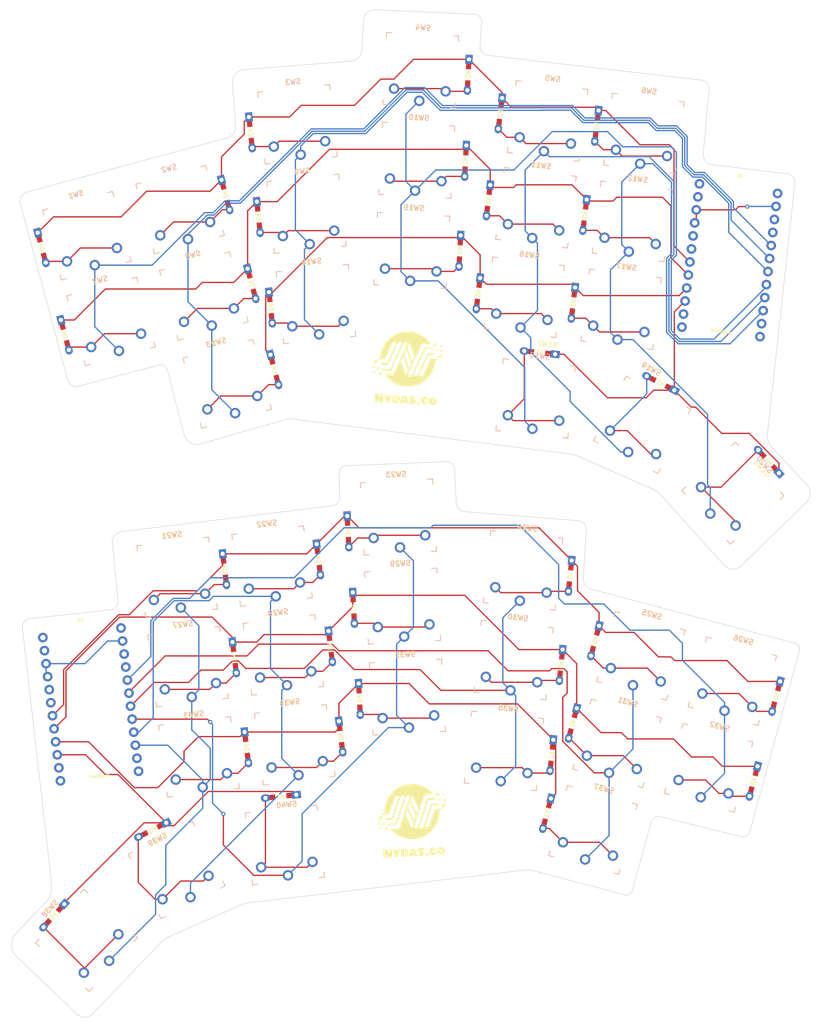
<source format=kicad_pcb>
(kicad_pcb (version 20211014) (generator pcbnew)
  (layers (0 "F.Cu" signal) (31 "B.Cu" signal) (34 "B.Paste" user) (35 "F.Paste" user) (36 "B.SilkS" user "B.Silkscreen") (37 "F.SilkS" user "F.Silkscreen") (38 "B.Mask" user) (39 "F.Mask" user) (44 "Edge.Cuts" user))
  (net 0 "")
  (net 1 "row0_l")
  (net 2 "Net-(D1-Pad2)")
  (net 3 "Net-(D2-Pad2)")
  (net 4 "Net-(D3-Pad2)")
  (net 5 "Net-(D4-Pad2)")
  (net 6 "Net-(D5-Pad2)")
  (net 7 "Net-(D6-Pad2)")
  (net 8 "row1_l")
  (net 9 "Net-(D7-Pad2)")
  (net 10 "Net-(D8-Pad2)")
  (net 11 "Net-(D9-Pad2)")
  (net 12 "Net-(D10-Pad2)")
  (net 13 "Net-(D11-Pad2)")
  (net 14 "Net-(D12-Pad2)")
  (net 15 "row2_l")
  (net 16 "Net-(D13-Pad2)")
  (net 17 "Net-(D14-Pad2)")
  (net 18 "Net-(D15-Pad2)")
  (net 19 "Net-(D16-Pad2)")
  (net 20 "Net-(D17-Pad2)")
  (net 21 "row3_l")
  (net 22 "Net-(D18-Pad2)")
  (net 23 "Net-(D19-Pad2)")
  (net 24 "Net-(D20-Pad2)")
  (net 25 "col0_l")
  (net 26 "col1_l")
  (net 27 "col2_l")
  (net 28 "col3_l")
  (net 29 "col4_l")
  (net 30 "col5_l")
  (net 32 "GND")
  (net 33 "VCC")
  (net 38 "SCL")
  (net 39 "SDA")
  (net 40 "row0_r")
  (net 41 "row1_r")
  (net 42 "row2_r")
  (net 43 "row3_r")
  (net 44 "col5_r")
  (net 45 "col4_r")
  (net 46 "col3_r")
  (net 47 "col2_r")
  (net 48 "col1_r")
  (net 49 "col0_r")
  (net 55 "LED_l")
  (net 56 "data_l")
  (net 57 "reset_l")
  (net 58 "LED_r")
  (net 59 "data_r")
  (net 60 "reset_r")
  (net 61 "Net-(D21-Pad2)")
  (net 62 "Net-(D22-Pad2)")
  (net 63 "Net-(D23-Pad2)")
  (net 64 "Net-(D24-Pad2)")
  (net 65 "Net-(D25-Pad2)")
  (net 66 "Net-(D26-Pad2)")
  (net 67 "Net-(D27-Pad2)")
  (net 68 "Net-(D28-Pad2)")
  (net 69 "Net-(D29-Pad2)")
  (net 70 "Net-(D30-Pad2)")
  (net 71 "Net-(D31-Pad2)")
  (net 72 "Net-(D32-Pad2)")
  (net 73 "Net-(D33-Pad2)")
  (net 74 "Net-(D34-Pad2)")
  (net 75 "Net-(D35-Pad2)")
  (net 76 "Net-(D36-Pad2)")
  (net 77 "Net-(D37-Pad2)")
  (net 78 "Net-(D38-Pad2)")
  (net 79 "Net-(D39-Pad2)")
  (net 80 "Net-(D40-Pad2)")
  (footprint "kbd:D3_TH" (layer "F.Cu") (at 56.113272 122.810792 -83)
    (fp_text reference "D21" hide)
    (fp_text value "D" hide)
  )
  (footprint "kbd:D3_TH" (layer "F.Cu") (at 128.172621 36.989507 -97)
    (fp_text reference "D6" hide)
    (fp_text value "D" hide)
  )
  (footprint "kbd:D3_TH" (layer "F.Cu") (at 65.029171 72.17597 -84)
    (fp_text reference "D14" hide)
    (fp_text value "D" hide)
  )
  (footprint "keyswitches:SW_PG1350_reversible" (layer "F.Cu") (at 52.104871 69.947372 15)
    (fp_text reference "SW8")
    (fp_text value "SW_PUSH")
  )
  (footprint "kbd:D3_TH" (layer "F.Cu") (at 42.14675 173.268137 -153)
    (fp_text reference "D39" hide)
    (fp_text value "D" hide)
  )
  (footprint "keyswitches:SW_PG1350_reversible" (layer "F.Cu") (at 49.040348 141.69006 7)
    (fp_text reference "SW27")
    (fp_text value "SW_PUSH")
  )
  (footprint "keyswitches:SW_PG1350_reversible" (layer "F.Cu") (at 137.309302 38.452423 -7)
    (fp_text reference "SW6")
    (fp_text value "SW_PUSH")
  )
  (footprint "keyswitches:SW_PG1350_reversible" (layer "F.Cu") (at 112.086442 140.396167 -6)
    (fp_text reference "SW30")
    (fp_text value "SW_PUSH")
  )
  (footprint "kbd:D3_TH" (layer "F.Cu") (at 118.537277 170.092901 -105)
    (fp_text reference "D37" hide)
    (fp_text value "D" hide)
  )
  (footprint "kbd:D3_TH" (layer "F.Cu") (at 105.23565 69.411691 -97)
    (fp_text reference "D16" hide)
    (fp_text value "D" hide)
  )
  (footprint "keyswitches:SW_PG1350_reversible" (layer "F.Cu") (at 29.378818 194.662397 48)
    (fp_text reference "SW38")
    (fp_text value "SW_PUSH")
  )
  (footprint "kbd:D3_TH" (layer "F.Cu") (at 60.357027 157.3049 -83)
    (fp_text reference "D33" hide)
    (fp_text value "D" hide)
  )
  (footprint "kbd:D3_TH" (layer "F.Cu") (at 25.191274 77.464695 -75)
    (fp_text reference "D7" hide)
    (fp_text value "D" hide)
  )
  (footprint "kbd:D3_TH" (layer "F.Cu") (at 140.532141 86.802858 153)
    (fp_text reference "D19" hide)
    (fp_text value "D" hide)
  )
  (footprint "kbd:D3_TH" (layer "F.Cu") (at 82.229868 147.938697 -87)
    (fp_text reference "D35" hide)
    (fp_text value "D" hide)
  )
  (footprint "keyswitches:SW_PG1350_reversible" (layer "F.Cu") (at 94.122493 26.249044 -3)
    (fp_text reference "SW4")
    (fp_text value "SW_PUSH")
  )
  (footprint "kbd:D3_TH" (layer "F.Cu") (at 123.017524 124.105998 -96)
    (fp_text reference "D24" hide)
    (fp_text value "D" hide)
  )
  (footprint "" (layer "F.Cu") (at 28.029156 171.604418 6)
    (fp_text reference "")
    (fp_text value "")
  )
  (footprint "kbd:D3_TH" (layer "F.Cu") (at 162.92777 147.43418 -105)
    (fp_text reference "D26" hide)
    (fp_text value "D" hide)
  )
  (footprint "kbd:D3_TH" (layer "F.Cu") (at 20.707355 60.563769 -75)
    (fp_text reference "D1" hide)
    (fp_text value "D" hide)
  )
  (footprint "keyswitches:SW_PG1350_reversible" (layer "F.Cu") (at 114.144804 70.166594 -7)
    (fp_text reference "SW16")
    (fp_text value "SW_PUSH")
  )
  (footprint "keyswitches:SW_PG1350_reversible" (layer "F.Cu") (at 154.452889 144.501629 -15)
    (fp_text reference "SW26")
    (fp_text value "SW_PUSH")
  )
  (footprint "keyswitches:SW_PG1350_reversible" (layer "F.Cu") (at 73.807886 71.481928 6)
    (fp_text reference "SW14")
    (fp_text value "SW_PUSH")
  )
  (footprint "keyswitches:SW_PG1350_reversible" (layer "F.Cu") (at 71.981033 54.017212 6)
    (fp_text reference "SW9")
    (fp_text value "SW_PUSH")
  )
  (footprint "kbd:D3_TH" (layer "F.Cu") (at 103.281121 27.10189 -93)
    (fp_text reference "D4" hide)
    (fp_text value "D" hide)
  )
  (footprint "keyswitches:SW_PG1350_reversible" (layer "F.Cu") (at 135.117078 55.478695 -7)
    (fp_text reference "SW12")
    (fp_text value "SW_PUSH")
  )
  (footprint "kbd:nydas_kicad" (layer "F.Cu") (at 91.44 83.82 -3)
    (fp_text reference "G1" hide)
    (fp_text value "LOGO" hide)
  )
  (footprint "kbd:D3_TH" (layer "F.Cu") (at 62.672239 54.642696 -84)
    (fp_text reference "D9" hide)
    (fp_text value "D" hide)
  )
  (footprint "keyswitches:SW_PG1350_reversible" (layer "F.Cu") (at 46.825761 181.048354 27)
    (fp_text reference "SW39")
    (fp_text value "SW_PUSH")
  )
  (footprint "keyswitches:SW_PG1350_reversible" (layer "F.Cu") (at 67.484359 139.404961 7)
    (fp_text reference "SW28")
    (fp_text value "SW_PUSH")
  )
  (footprint "keyswitches:SW_PG1350_reversible" (layer "F.Cu") (at 127.466368 173.299633 -15)
    (fp_text reference "SW37")
    (fp_text value "SW_PUSH")
  )
  (footprint "Boards:SPARKFUN_PRO_MICRO" (layer "F.Cu") (at 30.037542 147.727302 7)
    (fp_text reference "U2")
    (fp_text value "ProMicro")
  )
  (footprint "kbd:D3_TH" (layer "F.Cu") (at 65.776491 84.190573 -75)
    (fp_text reference "D13" hide)
    (fp_text value "D" hide)
  )
  (footprint "kbd:D3_TH" (layer "F.Cu") (at 127.858251 136.671288 -105)
    (fp_text reference "D25" hide)
    (fp_text value "D" hide)
  )
  (footprint "kbd:D3_TH" (layer "F.Cu") (at 123.631215 71.251247 -97)
    (fp_text reference "D17" hide)
    (fp_text value "D" hide)
  )
  (footprint "kbd:D3_TH" (layer "F.Cu") (at 109.489625 34.575089 -97)
    (fp_text reference "D5" hide)
    (fp_text value "D" hide)
  )
  (footprint "keyswitches:SW_PG1350_reversible" (layer "F.Cu") (at 90.591249 129.958122 3)
    (fp_text reference "SW29")
    (fp_text value "SW_PUSH")
  )
  (footprint "keyswitches:SW_PG1350_reversible" (layer "F.Cu") (at 93.318678 43.640686 -3)
    (fp_text reference "SW10")
    (fp_text value "SW_PUSH")
  )
  (footprint "keyswitches:SW_PG1350_reversible" (layer "F.Cu") (at 67.772499 176.206121 6)
    (fp_text reference "SW40")
    (fp_text value "SW_PUSH")
  )
  (footprint "keyswitches:SW_PG1350_reversible" (layer "F.Cu") (at 92.368714 61.105402 -3)
    (fp_text reference "SW15")
    (fp_text value "SW_PUSH")
  )
  (footprint "kbd:D3_TH" (layer "F.Cu") (at 123.532495 152.635387 -105)
    (fp_text reference "D31" hide)
    (fp_text value "D" hide)
  )
  (footprint "keyswitches:SW_PG1350_reversible" (layer "F.Cu") (at 70.227254 36.698644 6)
    (fp_text reference "SW3")
    (fp_text value "SW_PUSH")
  )
  (footprint "kbd:D3_TH" (layer "F.Cu") (at 80.015493 115.495529 -87)
    (fp_text reference "D23" hide)
    (fp_text value "D" hide)
  )
  (footprint "keyswitches:SW_PG1350_reversible" (layer "F.Cu") (at 89.775142 112.711068 3)
    (fp_text reference "SW23")
    (fp_text value "SW_PUSH")
  )
  (footprint "kbd:D3_TH" (layer "F.Cu") (at 102.763746 43.772872 -93)
    (fp_text reference "D10" hide)
    (fp_text value "D" hide)
  )
  (footprint "keyswitches:SW_PG1350_reversible" (layer "F.Cu") (at 118.6754 36.040977 -7)
    (fp_text reference "SW5")
    (fp_text value "SW_PUSH")
  )
  (footprint "" (layer "F.Cu") (at 155.977713 84.339154)
    (fp_text reference "")
    (fp_text value "")
  )
  (footprint "keyswitches:SW_PG1350_reversible" (layer "F.Cu") (at 47.501201 53.213397 15)
    (fp_text reference "SW2")
    (fp_text value "SW_PUSH")
  )
  (footprint "keyswitches:SW_PG1350_reversible" (layer "F.Cu") (at 136.722034 139.582563 -15)
    (fp_text reference "SW25")
    (fp_text value "SW_PUSH")
  )
  (footprint "keyswitches:SW_PG1350_reversible" (layer "F.Cu") (at 56.635467 86.900569 15)
    (fp_text reference "SW13")
    (fp_text value "SW_PUSH")
  )
  (footprint "kbd:D3_TH" (layer "F.Cu") (at 56.291277 50.331236 -75)
    (fp_text reference "D2" hide)
    (fp_text value "D" hide)
  )
  (footprint "kbd:D3_TH" (layer "F.Cu") (at 67.010799 166.793691 -174)
    (fp_text reference "D40" hide)
    (fp_text value "D" hide)
  )
  (footprint "Boards:SPARKFUN_PRO_MICRO" (layer "F.Cu") (at 154.094814 61.744369 -7)
    (fp_text reference "U1")
    (fp_text value "ProMicro")
  )
  (footprint "kbd:D3_TH" (layer "F.Cu") (at 117.135281 80.881786 174)
    (fp_text reference "D18" hide)
    (fp_text value "D" hide)
  )
  (footprint "keyswitches:SW_PG1350_reversible" (layer "F.Cu") (at 91.51617 147.586026 3)
    (fp_text reference "SW35")
    (fp_text value "SW_PUSH")
  )
  (footprint "keyswitches:SW_PG1350_reversible" (layer "F.Cu") (at 46.918471 124.388598 7)
    (fp_text reference "SW21")
    (fp_text value "SW_PUSH")
  )
  (footprint "kbd:D3_TH" (layer "F.Cu") (at 61.350058 67.519592 -75)
    (fp_text reference "D8" hide)
    (fp_text value "D" hide)
  )
  (footprint "" (layer "F.Cu") (at 146.905564 83.140946)
    (fp_text reference "")
    (fp_text value "")
  )
  (footprint "" (layer "F.Cu") (at 38.1 170.18 6)
    (fp_text reference "")
    (fp_text value "")
  )
  (footprint "kbd:D3_TH" (layer "F.Cu") (at 76.616685 137.759753 -83)
    (fp_text reference "D28" hide)
    (fp_text value "D" hide)
  )
  (footprint "keyswitches:SW_PG1350_reversible" (layer "F.Cu") (at 69.71505 156.815236 7)
    (fp_text reference "SW34")
    (fp_text value "SW_PUSH")
  )
  (footprint "keyswitches:SW_PG1350_reversible" (layer "F.Cu") (at 113.90502 123.048419 -6)
    (fp_text reference "SW24")
    (fp_text value "SW_PUSH")
  )
  (footprint "keyswitches:SW_PG1350_reversible" (layer "F.Cu") (at 154.554795 108.096084 -48)
    (fp_text reference "SW20")
    (fp_text value "SW_PUSH")
  )
  (footprint "kbd:D3_TH" (layer "F.Cu") (at 125.873175 54.235349 -97)
    (fp_text reference "D12" hide)
    (fp_text value "D" hide)
  )
  (footprint "kbd:D3_TH" (layer "F.Cu") (at 61.143779 38.254202 -84)
    (fp_text reference "D3" hide)
    (fp_text value "D" hide)
  )
  (footprint "keyswitches:SW_PG1350_reversible" (layer "F.Cu") (at 65.308074 122.212314 7)
    (fp_text reference "SW22")
    (fp_text value "SW_PUSH")
  )
  (footprint "kbd:D3_TH" (layer "F.Cu") (at 158.550517 163.861753 -105)
    (fp_text reference "D32" hide)
    (fp_text value "D" hide)
  )
  (footprint "keyswitches:SW_PG1350_reversible" (layer "F.Cu") (at 132.924854 72.504966 -7)
    (fp_text reference "SW17")
    (fp_text value "SW_PUSH")
  )
  (footprint "keyswitches:SW_PG1350_reversible" (layer "F.Cu") (at 136.943931 94.869668 -27)
    (fp_text reference "SW19")
    (fp_text value "SW_PUSH")
  )
  (footprint "kbd:D3_TH" (layer "F.Cu") (at 23.058568 189.863073 -132)
    (fp_text reference "D38" hide)
    (fp_text value "D" hide)
  )
  (footprint "kbd:D3_TH" (layer "F.Cu") (at 161.457097 101.9792 132)
    (fp_text reference "D20" hide)
    (fp_text value "D" hide)
  )
  (footprint "keyswitches:SW_PG1350_reversible" (layer "F.Cu") (at 51.162225 159.154742 7)
    (fp_text reference "SW33")
    (fp_text value "SW_PUSH")
  )
  (footprint "kbd:D3_TH" (layer "F.Cu") (at 58.017521 139.894625 -83)
    (fp_text reference "D27" hide)
    (fp_text value "D" hide)
  )
  (footprint "kbd:D3_TH" (layer "F.Cu") (at 107.190179 51.418528 -97)
    (fp_text reference "D11" hide)
    (fp_text value "D" hide)
  )
  (footprint "kbd:D3_TH" (layer "F.Cu") (at 101.671509 61.191173 -93)
    (fp_text reference "D15" hide)
    (fp_text value "D" hide)
  )
  (footprint "kbd:D3_TH" (layer "F.Cu") (at 74.299316 120.920204 -83)
    (fp_text reference "D22" hide)
    (fp_text value "D" hide)
  )
  (footprint "keyswitches:SW_PG1350_reversible" (layer "F.Cu") (at 34.128636 74.843338 15)
    (fp_text reference "SW7")
    (fp_text value "SW_PUSH")
  )
  (footprint "keyswitches:SW_PG1350_reversible" (layer "F.Cu") (at 116.410102 52.848026 -7)
    (fp_text reference "SW11")
    (fp_text value "SW_PUSH")
  )
  (footprint "keyswitches:SW_PG1350_reversible" (layer "F.Cu") (at 110.208341 157.972668 -6)
    (fp_text reference "SW36")
    (fp_text value "SW_PUSH")
  )
  (footprint "kbd:nydas_kicad" (layer "F.Cu") (at 92.444082 171.435685 3)
    (fp_text reference "G1" hide)
    (fp_text value "LOGO" hide)
  )
  (footprint "keyswitches:SW_PG1350_reversible" (layer "F.Cu") (at 132.094201 156.535544 -15)
    (fp_text reference "SW31")
    (fp_text value "SW_PUSH")
  )
  (footprint "kbd:D3_TH" (layer "F.Cu") (at 119.464225 158.815038 -96)
    (fp_text reference "D36" hide)
    (fp_text value "D" hide)
  )
  (footprint "kbd:D3_TH" (layer "F.Cu") (at 78.625072 155.217267 -83)
    (fp_text reference "D34" hide)
    (fp_text value "D" hide)
  )
  (footprint "kbd:D3_TH" (layer "F.Cu") (at 81.096932 130.292674 -87)
    (fp_text reference "D29" hide)
    (fp_text value "D" hide)
  )
  (footprint "keyswitches:SW_PG1350_reversible" (layer "F.Cu") (at 149.847541 161.24835 -15)
    (fp_text reference "SW32")
    (fp_text value "SW_PUSH")
  )
  (footprint "keyswitches:SW_PG1350_reversible" (layer "F.Cu") (at 116.337028 89.754479 -6)
    (fp_text reference "SW18")
    (fp_text value "SW_PUSH")
  )
  (footprint "kbd:D3_TH" (layer "F.Cu") (at 121.266623 141.357523 -96)
    (fp_text reference "D30" hide)
    (fp_text value "D" hide)
  )
  (footprint "keyswitches:SW_PG1350_reversible" (layer "F.Cu") (at 29.451892 58.255511 15)
    (fp_text reference "SW1")
    (fp_text value "SW_PUSH")
  )
  (gr_arc (start 22.608365 183.616118) (mid 22.509247 185.40443) (end 21.722151 187.01327) (layer "Edge.Cuts") (width 0.1))
  (gr_line (start 60.213851 26.075195) (end 80.486296 24.464767) (layer "Edge.Cuts") (width 0.1))
  (gr_line (start 59.386222 187.751781) (end 45.059105 194.102977) (layer "Edge.Cuts") (width 0.1))
  (gr_arc (start 166.553404 137.142935) (mid 167.318061 137.793003) (end 167.352226 138.79606) (layer "Edge.Cuts") (width 0.1))
  (gr_arc (start 59.386222 187.751781) (mid 60.408863 187.477614) (end 61.454053 187.308674) (layer "Edge.Cuts") (width 0.1))
  (gr_arc (start 138.33791 107.017408) (mid 139.505267 107.530172) (end 140.49312 108.336271) (layer "Edge.Cuts") (width 0.1))
  (gr_line (start 79.633624 102.779237) (end 99.17423 102.000726) (layer "Edge.Cuts") (width 0.1))
  (gr_arc (start 148.697651 28.166244) (mid 149.784928 29.197705) (end 149.900366 30.691946) (layer "Edge.Cuts") (width 0.1))
  (gr_line (start 133.455953 185.824188) (end 116.251583 181.252883) (layer "Edge.Cuts") (width 0.1))
  (gr_arc (start 35.453589 128.684079) (mid 35.24377 129.943354) (end 34.185308 130.657115) (layer "Edge.Cuts") (width 0.1))
  (gr_arc (start 83.044034 16.981014) (mid 83.522134 15.253247) (end 85.157284 14.518371) (layer "Edge.Cuts") (width 0.1))
  (gr_line (start 35.453589 128.684079) (end 34.411064 118.098437) (layer "Edge.Cuts") (width 0.1))
  (gr_line (start 85.157284 14.518371) (end 104.160183 15.360271) (layer "Edge.Cuts") (width 0.1))
  (gr_arc (start 107.20398 23.355384) (mid 105.944733 22.735343) (end 105.603441 21.373846) (layer "Edge.Cuts") (width 0.1))
  (gr_arc (start 99.17423 102.000726) (mid 100.302075 102.575276) (end 100.653399 103.7913) (layer "Edge.Cuts") (width 0.1))
  (gr_line (start 166.568859 47.919863) (end 161.300091 96.106343) (layer "Edge.Cuts") (width 0.1))
  (gr_arc (start 104.160183 15.360271) (mid 105.554825 15.92738) (end 105.843984 17.404887) (layer "Edge.Cuts") (width 0.1))
  (gr_line (start 27.987554 87.325048) (end 43.239254 83.346344) (layer "Edge.Cuts") (width 0.1))
  (gr_arc (start 135.03625 185.055108) (mid 134.435483 185.828786) (end 133.455953 185.824188) (layer "Edge.Cuts") (width 0.1))
  (gr_arc (start 34.411064 118.098437) (mid 34.771197 116.36368) (end 36.335726 115.532221) (layer "Edge.Cuts") (width 0.1))
  (gr_line (start 58.224498 36.685073) (end 57.656112 28.917126) (layer "Edge.Cuts") (width 0.1))
  (gr_line (start 161.781177 98.872587) (end 168.516382 106.088878) (layer "Edge.Cuts") (width 0.1))
  (gr_arc (start 126.612311 126.54039) (mid 125.83736 125.672131) (end 125.56295 124.541149) (layer "Edge.Cuts") (width 0.1))
  (gr_line (start 113.888347 181.10518) (end 61.454053 187.308674) (layer "Edge.Cuts") (width 0.1))
  (gr_arc (start 50.995879 98.681075) (mid 49.28117 98.157454) (end 48.248678 96.691723) (layer "Edge.Cuts") (width 0.1))
  (gr_arc (start 16.619828 52.274559) (mid 16.685207 50.86036) (end 17.679608 49.852689) (layer "Edge.Cuts") (width 0.1))
  (gr_arc (start 30.87969 208.577796) (mid 29.144978 209.556804) (end 27.334836 208.725499) (layer "Edge.Cuts") (width 0.1))
  (gr_arc (start 102.760216 111.687379) (mid 101.452266 111.123948) (end 100.964803 109.785828) (layer "Edge.Cuts") (width 0.1))
  (gr_line (start 70.699938 93.944523) (end 122.044168 100.386234) (layer "Edge.Cuts") (width 0.1))
  (gr_arc (start 27.987554 87.325048) (mid 26.559283 87.247449) (end 25.714009 86.093545) (layer "Edge.Cuts") (width 0.1))
  (gr_line (start 152.760814 121.926952) (end 140.49312 108.336271) (layer "Edge.Cuts") (width 0.1))
  (gr_line (start 126.143911 115.536248) (end 125.56295 124.541149) (layer "Edge.Cuts") (width 0.1))
  (gr_arc (start 57.656112 28.917126) (mid 58.281551 26.908073) (end 60.213851 26.075195) (layer "Edge.Cuts") (width 0.1))
  (gr_arc (start 82.66511 22.285953) (mid 82.028461 23.828118) (end 80.486296 24.464767) (layer "Edge.Cuts") (width 0.1))
  (gr_line (start 156.16872 174.597804) (end 140.628003 170.748935) (layer "Edge.Cuts") (width 0.1))
  (gr_arc (start 16.982308 134.384432) (mid 17.272009 133.075859) (end 18.415891 132.377415) (layer "Edge.Cuts") (width 0.1))
  (gr_line (start 138.812499 171.475137) (end 135.03625 185.055108) (layer "Edge.Cuts") (width 0.1))
  (gr_arc (start 156.368959 121.926952) (mid 154.564887 122.794698) (end 152.760814 121.926952) (layer "Edge.Cuts") (width 0.1))
  (gr_line (start 149.900366 30.691946) (end 148.817922 42.130225) (layer "Edge.Cuts") (width 0.1))
  (gr_line (start 165.493544 46.338517) (end 149.994569 44.443643) (layer "Edge.Cuts") (width 0.1))
  (gr_line (start 105.843984 17.404887) (end 105.603441 21.373846) (layer "Edge.Cuts") (width 0.1))
  (gr_arc (start 15.814062 197.795533) (mid 14.846285 195.506149) (end 15.814062 193.216764) (layer "Edge.Cuts") (width 0.1))
  (gr_line (start 27.334836 208.725499) (end 15.814062 197.795533) (layer "Edge.Cuts") (width 0.1))
  (gr_line (start 124.764128 113.430263) (end 102.760216 111.687379) (layer "Edge.Cuts") (width 0.1))
  (gr_line (start 67.858006 93.849792) (end 50.995879 98.681075) (layer "Edge.Cuts") (width 0.1))
  (gr_arc (start 122.044168 100.386234) (mid 123.346632 100.564254) (end 124.601907 100.954621) (layer "Edge.Cuts") (width 0.1))
  (gr_arc (start 161.781177 98.872587) (mid 161.288002 97.533401) (end 161.300091 96.106343) (layer "Edge.Cuts") (width 0.1))
  (gr_line (start 124.601907 100.954621) (end 138.33791 107.017408) (layer "Edge.Cuts") (width 0.1))
  (gr_line (start 168.877196 109.779529) (end 156.368959 121.926952) (layer "Edge.Cuts") (width 0.1))
  (gr_line (start 100.653399 103.7913) (end 100.964803 109.785828) (layer "Edge.Cuts") (width 0.1))
  (gr_line (start 107.20398 23.355384) (end 148.697651 28.166244) (layer "Edge.Cuts") (width 0.1))
  (gr_arc (start 43.138976 195.727702) (mid 44.030251 194.834043) (end 45.059105 194.102977) (layer "Edge.Cuts") (width 0.1))
  (gr_line (start 56.51934 39.337542) (end 17.679608 49.852689) (layer "Edge.Cuts") (width 0.1))
  (gr_line (start 43.138976 195.727702) (end 30.87969 208.577796) (layer "Edge.Cuts") (width 0.1))
  (gr_line (start 36.335726 115.532221) (end 77.142393 110.486488) (layer "Edge.Cuts") (width 0.1))
  (gr_line (start 167.352226 138.79606) (end 157.838984 173.581121) (layer "Edge.Cuts") (width 0.1))
  (gr_arc (start 78.310158 104.180555) (mid 78.715319 103.237578) (end 79.633624 102.779237) (layer "Edge.Cuts") (width 0.1))
  (gr_arc (start 157.838984 173.581121) (mid 157.212234 174.431804) (end 156.16872 174.597804) (layer "Edge.Cuts") (width 0.1))
  (gr_arc (start 168.516382 106.088878) (mid 169.496843 107.855987) (end 168.877196 109.779529) (layer "Edge.Cuts") (width 0.1))
  (gr_arc (start 67.858006 93.849792) (mid 69.28429 93.737613) (end 70.699938 93.944523) (layer "Edge.Cuts") (width 0.1))
  (gr_line (start 82.66511 22.285953) (end 83.044034 16.981014) (layer "Edge.Cuts") (width 0.1))
  (gr_line (start 22.608365 183.616118) (end 16.982308 134.384432) (layer "Edge.Cuts") (width 0.1))
  (gr_line (start 18.415891 132.377415) (end 34.185308 130.657115) (layer "Edge.Cuts") (width 0.1))
  (gr_line (start 126.612311 126.54039) (end 166.553404 137.142935) (layer "Edge.Cuts") (width 0.1))
  (gr_arc (start 165.493544 46.338517) (mid 166.257849 46.97507) (end 166.568859 47.919863) (layer "Edge.Cuts") (width 0.1))
  (gr_line (start 48.248678 96.691723) (end 45.027823 84.187224) (layer "Edge.Cuts") (width 0.1))
  (gr_arc (start 124.764128 113.430263) (mid 125.871583 114.209679) (end 126.143911 115.536248) (layer "Edge.Cuts") (width 0.1))
  (gr_line (start 16.619828 52.274559) (end 25.714009 86.093545) (layer "Edge.Cuts") (width 0.1))
  (gr_arc (start 58.224498 36.685073) (mid 57.927309 38.368344) (end 56.51934 39.337542) (layer "Edge.Cuts") (width 0.1))
  (gr_arc (start 138.812499 171.475137) (mid 139.584981 170.773862) (end 140.628003 170.748935) (layer "Edge.Cuts") (width 0.1))
  (gr_line (start 78.388009 108.773765) (end 78.310158 104.180555) (layer "Edge.Cuts") (width 0.1))
  (gr_line (start 15.814062 193.216764) (end 21.722151 187.01327) (layer "Edge.Cuts") (width 0.1))
  (gr_arc (start 113.888347 181.10518) (mid 115.077363 181.060662) (end 116.251583 181.252883) (layer "Edge.Cuts") (width 0.1))
  (gr_arc (start 78.388009 108.773765) (mid 78.105519 109.877631) (end 77.142393 110.486488) (layer "Edge.Cuts") (width 0.1))
  (gr_arc (start 43.239254 83.346344) (mid 44.319263 83.371744) (end 45.027823 84.187224) (layer "Edge.Cuts") (width 0.1))
  (gr_arc (start 149.994569 44.443643) (mid 149.033901 43.475211) (end 148.817922 42.130225) (layer "Edge.Cuts") (width 0.1))
  (segment (start 88.9 27.916855) (end 88.9 27.94) (width 0.25) (layer "F.Cu") (net 1))
  (segment (start 22.991147 54.605743) (end 19.930898 57.665992) (width 0.25) (layer "F.Cu") (net 1))
  (segment (start 81.28 33.02) (end 70.951575 33.02) (width 0.25) (layer "F.Cu") (net 1))
  (segment (start 129.914425 34.011869) (end 136.542556 40.64) (width 0.25) (layer "F.Cu") (net 1))
  (segment (start 40.502207 50.183092) (end 36.079556 54.605743) (width 0.25) (layer "F.Cu") (net 1))
  (segment (start 41.011735 49.637723) (end 40.502207 50.147251) (width 0.25) (layer "F.Cu") (net 1))
  (segment (start 143.14944 60.264168) (end 146.222064 63.336792) (width 0.25) (layer "F.Cu") (net 1))
  (segment (start 53.309163 49.637723) (end 41.011735 49.637723) (width 0.25) (layer "F.Cu") (net 1))
  (segment (start 127.911443 33.385083) (end 111.642865 33.385083) (width 0.25) (layer "F.Cu") (net 1))
  (segment (start 111.642865 33.385083) (end 109.855233 31.597451) (width 0.25) (layer "F.Cu") (net 1))
  (segment (start 143.14944 41.54944) (end 143.14944 60.264168) (width 0.25) (layer "F.Cu") (net 1))
  (segment (start 109.855233 30.523105) (end 103.438129 24.106001) (width 0.25) (layer "F.Cu") (net 1))
  (segment (start 59.92401 36.17682) (end 59.92401 38.585281) (width 0.25) (layer "F.Cu") (net 1))
  (segment (start 36.079556 54.605743) (end 22.991147 54.605743) (width 0.25) (layer "F.Cu") (net 1))
  (segment (start 88.9 27.94) (end 86.36 27.94) (width 0.25) (layer "F.Cu") (net 1))
  (segment (start 136.542556 40.64) (end 142.24 40.64) (width 0.25) (layer "F.Cu") (net 1))
  (segment (start 70.951575 33.02) (end 68.700939 35.270636) (width 0.25) (layer "F.Cu") (net 1))
  (segment (start 55.51482 47.433459) (end 54.272985 48.675294) (width 0.25) (layer "F.Cu") (net 1))
  (segment (start 92.710854 24.106001) (end 88.9 27.916855) (width 0.25) (layer "F.Cu") (net 1))
  (segment (start 109.855233 31.597451) (end 109.855233 30.523105) (width 0.25) (layer "F.Cu") (net 1))
  (segment (start 128.538229 34.011869) (end 127.911443 33.385083) (width 0.25) (layer "F.Cu") (net 1))
  (segment (start 54.272985 48.675294) (end 54.271592 48.675294) (width 0.25) (layer "F.Cu") (net 1))
  (segment (start 86.36 27.94) (end 81.28 33.02) (width 0.25) (layer "F.Cu") (net 1))
  (segment (start 54.271592 48.675294) (end 53.309163 49.637723) (width 0.25) (layer "F.Cu") (net 1))
  (segment (start 142.24 40.64) (end 143.14944 41.54944) (width 0.25) (layer "F.Cu") (net 1))
  (segment (start 40.502207 50.147251) (end 40.502207 50.183092) (width 0.25) (layer "F.Cu") (net 1))
  (segment (start 103.438129 24.106001) (end 92.710854 24.106001) (width 0.25) (layer "F.Cu") (net 1))
  (segment (start 59.92401 38.585281) (end 55.51482 42.994471) (width 0.25) (layer "F.Cu") (net 1))
  (segment (start 68.700939 35.270636) (end 60.830194 35.270636) (width 0.25) (layer "F.Cu") (net 1))
  (segment (start 55.51482 42.994471) (end 55.51482 47.433459) (width 0.25) (layer "F.Cu") (net 1))
  (segment (start 60.830194 35.270636) (end 59.92401 36.17682) (width 0.25) (layer "F.Cu") (net 1))
  (segment (start 128.538229 34.011869) (end 129.914425 34.011869) (width 0.25) (layer "F.Cu") (net 1))
  (segment (start 21.725234 63.220124) (end 21.483812 63.461546) (width 0.25) (layer "F.Cu") (net 2))
  (segment (start 35.265034 60.631934) (end 28.193965 60.631934) (width 0.25) (layer "F.Cu") (net 2))
  (segment (start 28.193965 60.631934) (end 25.605775 63.220124) (width 0.25) (layer "F.Cu") (net 2))
  (segment (start 25.605775 63.220124) (end 21.725234 63.220124) (width 0.25) (layer "F.Cu") (net 2))
  (segment (start 53.314343 55.58982) (end 46.243274 55.58982) (width 0.25) (layer "F.Cu") (net 3))
  (segment (start 57.067734 53.229013) (end 55.67515 53.229013) (width 0.25) (layer "F.Cu") (net 3))
  (segment (start 55.67515 53.229013) (end 53.314343 55.58982) (width 0.25) (layer "F.Cu") (net 3))
  (segment (start 46.243274 55.58982) (end 43.655084 58.17801) (width 0.25) (layer "F.Cu") (net 3))
  (segment (start 75.597072 39.955185) (end 66.697138 39.955185) (width 0.25) (layer "F.Cu") (net 4))
  (segment (start 65.651853 41.00047) (end 61.694662 41.00047) (width 0.25) (layer "F.Cu") (net 4))
  (segment (start 61.694662 41.00047) (end 61.457364 41.237768) (width 0.25) (layer "F.Cu") (net 4))
  (segment (start 66.697138 39.955185) (end 65.651853 41.00047) (width 0.25) (layer "F.Cu") (net 4))
  (segment (start 102.916376 30.305516) (end 103.124113 30.097779) (width 0.25) (layer "F.Cu") (net 5))
  (segment (start 88.930469 29.782156) (end 98.393404 29.782156) (width 0.25) (layer "F.Cu") (net 5))
  (segment (start 98.393404 29.782156) (end 98.916764 30.305516) (width 0.25) (layer "F.Cu") (net 5))
  (segment (start 98.916764 30.305516) (end 102.916376 30.305516) (width 0.25) (layer "F.Cu") (net 5))
  (segment (start 110.774596 39.203306) (end 109.124017 37.552727) (width 0.25) (layer "F.Cu") (net 6))
  (segment (start 113.249566 39.203306) (end 110.774596 39.203306) (width 0.25) (layer "F.Cu") (net 6))
  (segment (start 114.468259 40.421999) (end 113.249566 39.203306) (width 0.25) (layer "F.Cu") (net 6))
  (segment (start 123.175027 40.421999) (end 114.468259 40.421999) (width 0.25) (layer "F.Cu") (net 6))
  (segment (start 133.102161 42.833445) (end 131.883468 41.614752) (width 0.25) (layer "F.Cu") (net 7))
  (segment (start 129.45462 41.614752) (end 127.807013 39.967145) (width 0.25) (layer "F.Cu") (net 7))
  (segment (start 141.808929 42.833445) (end 133.102161 42.833445) (width 0.25) (layer "F.Cu") (net 7))
  (segment (start 131.883468 41.614752) (end 129.45462 41.614752) (width 0.25) (layer "F.Cu") (net 7))
  (segment (start 57.89697 67.298446) (end 51.799474 67.298446) (width 0.25) (layer "F.Cu") (net 8))
  (segment (start 50.532327 68.565593) (end 33.034407 68.565593) (width 0.25) (layer "F.Cu") (net 8))
  (segment (start 112.101155 48.912995) (end 108.027892 48.912995) (width 0.25) (layer "F.Cu") (net 8))
  (segment (start 51.799474 67.298446) (end 50.532327 68.565593) (width 0.25) (layer "F.Cu") (net 8))
  (segment (start 102.856642 42.000305) (end 102.380889 41.524552) (width 0.25) (layer "F.Cu") (net 8))
  (segment (start 33.034407 68.565593) (end 27.033082 74.566918) (width 0.25) (layer "F.Cu") (net 8))
  (segment (start 76.44203 41.524552) (end 66.307452 51.65913) (width 0.25) (layer "F.Cu") (net 8))
  (segment (start 108.027892 48.912995) (end 107.555787 48.44089) (width 0.25) (layer "F.Cu") (net 8))
  (segment (start 112.610683 48.403467) (end 112.101155 48.912995) (width 0.25) (layer "F.Cu") (net 8))
  (segment (start 102.380889 41.524552) (end 76.44203 41.524552) (width 0.25) (layer "F.Cu") (net 8))
  (segment (start 123.384539 48.403467) (end 112.610683 48.403467) (width 0.25) (layer "F.Cu") (net 8))
  (segment (start 126.238783 51.257711) (end 123.384539 48.403467) (width 0.25) (layer "F.Cu") (net 8))
  (segment (start 142.550144 62.495487) (end 145.912516 65.857859) (width 0.25) (layer "F.Cu") (net 8))
  (segment (start 60.573601 53.444183) (end 60.573601 64.621815) (width 0.25) (layer "F.Cu") (net 8))
  (segment (start 66.307452 51.65913) (end 62.358654 51.65913) (width 0.25) (layer "F.Cu") (net 8))
  (segment (start 126.238783 51.257711) (end 126.524736 51.543664) (width 0.25) (layer "F.Cu") (net 8))
  (segment (start 131.336336 51.543664) (end 132.08 50.8) (width 0.25) (layer "F.Cu") (net 8))
  (segment (start 132.08 50.8) (end 140.893975 50.8) (width 0.25) (layer "F.Cu") (net 8))
  (segment (start 126.524736 51.543664) (end 131.336336 51.543664) (width 0.25) (layer "F.Cu") (net 8))
  (segment (start 140.893975 50.8) (end 142.550144 52.456169) (width 0.25) (layer "F.Cu") (net 8))
  (segment (start 27.033082 74.566918) (end 24.414817 74.566918) (width 0.25) (layer "F.Cu") (net 8))
  (segment (start 107.555787 48.44089) (end 107.555787 45.412016) (width 0.25) (layer "F.Cu") (net 8))
  (segment (start 60.573601 64.621815) (end 57.89697 67.298446) (width 0.25) (layer "F.Cu") (net 8))
  (segment (start 142.550144 52.456169) (end 142.550144 62.495487) (width 0.25) (layer "F.Cu") (net 8))
  (segment (start 62.358654 51.65913) (end 60.573601 53.444183) (width 0.25) (layer "F.Cu") (net 8))
  (segment (start 107.555787 45.412016) (end 102.920754 40.776983) (width 0.25) (layer "F.Cu") (net 8))
  (segment (start 30.282519 79.807951) (end 26.522252 79.807951) (width 0.25) (layer "F.Cu") (net 9))
  (segment (start 39.941778 77.219761) (end 32.870709 77.219761) (width 0.25) (layer "F.Cu") (net 9))
  (segment (start 26.522252 79.807951) (end 25.967731 80.362472) (width 0.25) (layer "F.Cu") (net 9))
  (segment (start 32.870709 77.219761) (end 30.282519 79.807951) (width 0.25) (layer "F.Cu") (net 9))
  (segment (start 57.918013 72.323795) (end 50.846944 72.323795) (width 0.25) (layer "F.Cu") (net 10))
  (segment (start 59.824439 70.417369) (end 57.918013 72.323795) (width 0.25) (layer "F.Cu") (net 10))
  (segment (start 50.846944 72.323795) (end 48.258754 74.911985) (width 0.25) (layer "F.Cu") (net 10))
  (segment (start 62.126515 70.417369) (end 59.824439 70.417369) (width 0.25) (layer "F.Cu") (net 10))
  (segment (start 66.712856 57.626262) (end 67.405632 58.319038) (width 0.25) (layer "F.Cu") (net 11))
  (segment (start 62.985824 57.626262) (end 66.712856 57.626262) (width 0.25) (layer "F.Cu") (net 11))
  (segment (start 68.450917 57.273753) (end 77.350851 57.273753) (width 0.25) (layer "F.Cu") (net 11))
  (segment (start 67.405632 58.319038) (end 68.450917 57.273753) (width 0.25) (layer "F.Cu") (net 11))
  (segment (start 98.112949 47.697158) (end 88.650014 47.697158) (width 0.25) (layer "F.Cu") (net 12))
  (segment (start 88.650014 47.697158) (end 88.126654 47.173798) (width 0.25) (layer "F.Cu") (net 12))
  (segment (start 99.041346 46.768761) (end 98.112949 47.697158) (width 0.25) (layer "F.Cu") (net 12))
  (segment (start 102.606738 46.768761) (end 99.041346 46.768761) (width 0.25) (layer "F.Cu") (net 12))
  (segment (start 106.824571 54.396166) (end 109.370079 54.396166) (width 0.25) (layer "F.Cu") (net 13))
  (segment (start 110.984268 56.010355) (end 119.691036 56.010355) (width 0.25) (layer "F.Cu") (net 13))
  (segment (start 109.370079 54.396166) (end 110.984268 56.010355) (width 0.25) (layer "F.Cu") (net 13))
  (segment (start 119.691036 56.010355) (end 120.909729 57.229048) (width 0.25) (layer "F.Cu") (net 13))
  (segment (start 125.507567 57.212987) (end 128.263207 57.212987) (width 0.25) (layer "F.Cu") (net 14))
  (segment (start 128.263207 57.212987) (end 129.691244 58.641024) (width 0.25) (layer "F.Cu") (net 14))
  (segment (start 129.691244 58.641024) (end 138.398012 58.641024) (width 0.25) (layer "F.Cu") (net 14))
  (segment (start 138.398012 58.641024) (end 139.616705 59.859717) (width 0.25) (layer "F.Cu") (net 14))
  (segment (start 125.565465 69.842251) (end 123.996823 68.273609) (width 0.25) (layer "F.Cu") (net 15))
  (segment (start 64.080037 69.827953) (end 64.080037 80.372799) (width 0.25) (layer "F.Cu") (net 15))
  (segment (start 123.370037 67.646823) (end 106.814028 67.646823) (width 0.25) (layer "F.Cu") (net 15))
  (segment (start 106.814028 67.646823) (end 105.601258 66.434053) (width 0.25) (layer "F.Cu") (net 15))
  (segment (start 76.005736 58.614264) (end 65.427596 69.192404) (width 0.25) (layer "F.Cu") (net 15))
  (segment (start 105.601258 66.434053) (end 105.601258 61.968025) (width 0.25) (layer "F.Cu") (net 15))
  (segment (start 145.602968 68.378926) (end 144.139643 69.842251) (width 0.25) (layer "F.Cu") (net 15))
  (segment (start 123.996823 68.273609) (end 123.370037 67.646823) (width 0.25) (layer "F.Cu") (net 15))
  (segment (start 101.409537 58.614264) (end 76.005736 58.614264) (width 0.25) (layer "F.Cu") (net 15))
  (segment (start 105.601258 61.968025) (end 101.828517 58.195284) (width 0.25) (layer "F.Cu") (net 15))
  (segment (start 144.139643 69.842251) (end 125.565465 69.842251) (width 0.25) (layer "F.Cu") (net 15))
  (segment (start 65.427596 69.192404) (end 64.715586 69.192404) (width 0.25) (layer "F.Cu") (net 15))
  (segment (start 64.080037 80.372799) (end 65.000034 81.292796) (width 0.25) (layer "F.Cu") (net 15))
  (segment (start 101.828517 58.195284) (end 101.409537 58.614264) (width 0.25) (layer "F.Cu") (net 15))
  (segment (start 64.715586 69.192404) (end 64.080037 69.827953) (width 0.25) (layer "F.Cu") (net 15))
  (segment (start 64.637251 87.08835) (end 62.448609 89.276992) (width 0.25) (layer "F.Cu") (net 16))
  (segment (start 66.552948 87.08835) (end 64.637251 87.08835) (width 0.25) (layer "F.Cu") (net 16))
  (segment (start 55.37754 89.276992) (end 52.78935 91.865182) (width 0.25) (layer "F.Cu") (net 16))
  (segment (start 62.448609 89.276992) (end 55.37754 89.276992) (width 0.25) (layer "F.Cu") (net 16))
  (segment (start 78.132419 75.783754) (end 79.177704 74.738469) (width 0.25) (layer "F.Cu") (net 17))
  (segment (start 65.342756 75.159536) (end 68.608267 75.159536) (width 0.25) (layer "F.Cu") (net 17))
  (segment (start 68.608267 75.159536) (end 69.232485 75.783754) (width 0.25) (layer "F.Cu") (net 17))
  (segment (start 69.232485 75.783754) (end 78.132419 75.783754) (width 0.25) (layer "F.Cu") (net 17))
  (segment (start 100.539689 65.161874) (end 101.514501 64.187062) (width 0.25) (layer "F.Cu") (net 18))
  (segment (start 97.162985 65.161874) (end 100.539689 65.161874) (width 0.25) (layer "F.Cu") (net 18))
  (segment (start 96.639625 64.638514) (end 97.162985 65.161874) (width 0.25) (layer "F.Cu") (net 18))
  (segment (start 87.17669 64.638514) (end 96.639625 64.638514) (width 0.25) (layer "F.Cu") (net 18))
  (segment (start 117.425738 73.328923) (end 118.644431 74.547616) (width 0.25) (layer "F.Cu") (net 19))
  (segment (start 107.779376 72.389329) (end 108.71897 73.328923) (width 0.25) (layer "F.Cu") (net 19))
  (segment (start 108.71897 73.328923) (end 117.425738 73.328923) (width 0.25) (layer "F.Cu") (net 19))
  (segment (start 104.870042 72.389329) (end 107.779376 72.389329) (width 0.25) (layer "F.Cu") (net 19))
  (segment (start 123.265607 74.228885) (end 126.06061 74.228885) (width 0.25) (layer "F.Cu") (net 20))
  (segment (start 126.06061 74.228885) (end 127.49902 75.667295) (width 0.25) (layer "F.Cu") (net 20))
  (segment (start 137.424481 76.885988) (end 128.717713 76.885988) (width 0.25) (layer "F.Cu") (net 20))
  (segment (start 128.717713 76.885988) (end 127.49902 75.667295) (width 0.25) (layer "F.Cu") (net 20))
  (segment (start 157.710189 96.52) (end 152.4 96.52) (width 0.25) (layer "F.Cu") (net 21))
  (segment (start 139.214416 88.164829) (end 137.751814 89.627431) (width 0.25) (layer "F.Cu") (net 21))
  (segment (start 163.464489 104.208634) (end 163.464489 102.2743) (width 0.25) (layer "F.Cu") (net 21))
  (segment (start 143.205161 88.164829) (end 139.214416 88.164829) (width 0.25) (layer "F.Cu") (net 21))
  (segment (start 130.267431 89.627431) (end 121.835371 81.195371) (width 0.25) (layer "F.Cu") (net 21))
  (segment (start 152.4 96.52) (end 147.32 91.44) (width 0.25) (layer "F.Cu") (net 21))
  (segment (start 145.29342 70.899994) (end 143.205161 72.988253) (width 0.25) (layer "F.Cu") (net 21))
  (segment (start 137.751814 89.627431) (end 130.267431 89.627431) (width 0.25) (layer "F.Cu") (net 21))
  (segment (start 143.205161 72.988253) (end 143.205161 88.164829) (width 0.25) (layer "F.Cu") (net 21))
  (segment (start 121.835371 81.195371) (end 120.118847 81.195371) (width 0.25) (layer "F.Cu") (net 21))
  (segment (start 163.464489 102.2743) (end 157.710189 96.52) (width 0.25) (layer "F.Cu") (net 21))
  (segment (start 146.480332 91.44) (end 143.205161 88.164829) (width 0.25) (layer "F.Cu") (net 21))
  (segment (start 147.32 91.44) (end 146.480332 91.44) (width 0.25) (layer "F.Cu") (net 21))
  (segment (start 120.912429 94.056305) (end 112.012495 94.056305) (width 0.25) (layer "F.Cu") (net 22))
  (segment (start 112.012495 94.056305) (end 110.96721 93.01102) (width 0.25) (layer "F.Cu") (net 22))
  (segment (start 114.151715 80.568201) (end 114.151715 89.826515) (width 0.25) (layer "F.Cu") (net 22))
  (segment (start 114.151715 89.826515) (end 110.96721 93.01102) (width 0.25) (layer "F.Cu") (net 22))
  (segment (start 138.625445 100.525445) (end 134.08554 95.98554) (width 0.25) (layer "F.Cu") (net 23))
  (segment (start 134.08554 95.98554) (end 130.763734 95.98554) (width 0.25) (layer "F.Cu") (net 23))
  (segment (start 139.6738 100.525445) (end 138.625445 100.525445) (width 0.25) (layer "F.Cu") (net 23))
  (segment (start 137.859121 88.890153) (end 137.859121 85.440887) (width 0.25) (layer "B.Cu") (net 23))
  (segment (start 130.763734 95.98554) (end 137.859121 88.890153) (width 0.25) (layer "B.Cu") (net 23))
  (segment (start 159.449705 99.749766) (end 152.276415 106.923056) (width 0.25) (layer "F.Cu") (net 24))
  (segment (start 155.076498 113.614362) (end 155.076498 114.354504) (width 0.25) (layer "F.Cu") (net 24))
  (segment (start 152.276415 106.923056) (end 148.385192 106.923056) (width 0.25) (layer "F.Cu") (net 24))
  (segment (start 148.385192 106.923056) (end 155.076498 113.614362) (width 0.25) (layer "F.Cu") (net 24))
  (segment (start 83.064999 37.583565) (end 90.509384 30.13918) (width 0.25) (layer "B.Cu") (net 25))
  (segment (start 90.642329 29.962262) (end 91.023631 29.58096) (width 0.25) (layer "B.Cu") (net 25))
  (segment (start 94.837879 29.58096) (end 98.309835 33.052916) (width 0.25) (layer "B.Cu") (net 25))
  (segment (start 72.905001 37.583565) (end 83.064999 37.583565) (width 0.25) (layer "B.Cu") (net 25))
  (segment (start 145.67904 39.028995) (end 145.67904 44.516019) (width 0.25) (layer "B.Cu") (net 25))
  (segment (start 125.891952 35.464362) (end 138.547 35.464362) (width 0.25) (layer "B.Cu") (net 25))
  (segment (start 30.978924 63.954473) (end 30.978924 75.865556) (width 0.25) (layer "B.Cu") (net 25))
  (segment (start 42.090349 63.954473) (end 52.245033 53.799789) (width 0.25) (layer "B.Cu") (net 25))
  (segment (start 154.6476 51.615943) (end 154.6476 52.831982) (width 0.25) (layer "B.Cu") (net 25))
  (segment (start 154.6476 52.831982) (end 161.967564 60.151946) (width 0.25) (layer "B.Cu") (net 25))
  (segment (start 30.978924 75.865556) (end 35.655668 80.5423) (width 0.25) (layer "B.Cu") (net 25))
  (segment (start 53.912153 53.799789) (end 56.214294 51.497648) (width 0.25) (layer "B.Cu") (net 25))
  (segment (start 143.648288 36.998243) (end 145.67904 39.028995) (width 0.25) (layer "B.Cu") (net 25))
  (segment (start 91.023631 29.58096) (end 94.837879 29.58096) (width 0.25) (layer "B.Cu") (net 25))
  (segment (start 138.547 35.464362) (end 140.080881 36.998243) (width 0.25) (layer "B.Cu") (net 25))
  (segment (start 149.040419 46.008761) (end 154.6476 51.615943) (width 0.25) (layer "B.Cu") (net 25))
  (segment (start 30.978924 63.954473) (end 42.090349 63.954473) (width 0.25) (layer "B.Cu") (net 25))
  (segment (start 56.214294 51.497648) (end 58.990918 51.497648) (width 0.25) (layer "B.Cu") (net 25))
  (segment (start 52.245033 53.799789) (end 53.912153 53.799789) (width 0.25) (layer "B.Cu") (net 25))
  (segment (start 147.171782 46.008761) (end 149.040419 46.008761) (width 0.25) (layer "B.Cu") (net 25))
  (segment (start 145.67904 44.516019) (end 147.171782 46.008761) (width 0.25) (layer "B.Cu") (net 25))
  (segment (start 98.309835 33.052916) (end 123.480506 33.052916) (width 0.25) (layer "B.Cu") (net 25))
  (segment (start 140.080881 36.998243) (end 143.648288 36.998243) (width 0.25) (layer "B.Cu") (net 25))
  (segment (start 58.990918 51.497648) (end 72.905001 37.583565) (width 0.25) (layer "B.Cu") (net 25))
  (segment (start 123.480506 33.052916) (end 125.891952 35.464362) (width 0.25) (layer "B.Cu") (net 25))
  (segment (start 49.028233 58.912359) (end 49.028233 57.98016) (width 0.25) (layer "B.Cu") (net 26))
  (segment (start 145.22952 44.702217) (end 146.985584 46.458281) (width 0.25) (layer "B.Cu") (net 26))
  (segment (start 154.19808 55.213077) (end 161.658016 62.673013) (width 0.25) (layer "B.Cu") (net 26))
  (segment (start 148.854221 46.458281) (end 154.19808 51.80214) (width 0.25) (layer "B.Cu") (net 26))
  (segment (start 91.253803 30.03048) (end 94.570043 30.03048) (width 0.25) (layer "B.Cu") (net 26))
  (segment (start 53.631903 88.068935) (end 58.162499 92.599531) (width 0.25) (layer "B.Cu") (net 26))
  (segment (start 146.985584 46.458281) (end 148.854221 46.458281) (width 0.25) (layer "B.Cu") (net 26))
  (segment (start 138.360802 35.913882) (end 139.894683 37.447763) (width 0.25) (layer "B.Cu") (net 26))
  (segment (start 59.177115 51.947168) (end 73.091198 38.033085) (width 0.25) (layer "B.Cu") (net 26))
  (segment (start 123.294308 33.502436) (end 125.705754 35.913882) (width 0.25) (layer "B.Cu") (net 26))
  (segment (start 143.462091 37.447763) (end 145.22952 39.215192) (width 0.25) (layer "B.Cu") (net 26))
  (segment (start 145.22952 39.215192) (end 145.22952 44.702217) (width 0.25) (layer "B.Cu") (net 26))
  (segment (start 83.251197 38.033085) (end 91.253803 30.03048) (width 0.25) (layer "B.Cu") (net 26))
  (segment (start 73.091198 38.033085) (end 83.251197 38.033085) (width 0.25) (layer "B.Cu") (net 26))
  (segment (start 49.028233 71.042664) (end 53.631903 75.646334) (width 0.25) (layer "B.Cu") (net 26))
  (segment (start 56.400492 51.947168) (end 59.177115 51.947168) (width 0.25) (layer "B.Cu") (net 26))
  (segment (start 139.894683 37.447763) (end 143.462091 37.447763) (width 0.25) (layer "B.Cu") (net 26))
  (segment (start 54.098351 54.249309) (end 56.400492 51.947168) (width 0.25) (layer "B.Cu") (net 26))
  (segment (start 154.19808 51.80214) (end 154.19808 55.213077) (width 0.25) (layer "B.Cu") (net 26))
  (segment (start 49.028233 58.912359) (end 49.028233 71.042664) (width 0.25) (layer "B.Cu") (net 26))
  (segment (start 98.041999 33.502436) (end 123.294308 33.502436) (width 0.25) (layer "B.Cu") (net 26))
  (segment (start 52.759084 54.249309) (end 54.098351 54.249309) (width 0.25) (layer "B.Cu") (net 26))
  (segment (start 125.705754 35.913882) (end 138.360802 35.913882) (width 0.25) (layer "B.Cu") (net 26))
  (segment (start 94.570043 30.03048) (end 98.041999 33.502436) (width 0.25) (layer "B.Cu") (net 26))
  (segment (start 49.028233 57.98016) (end 52.759084 54.249309) (width 0.25) (layer "B.Cu") (net 26))
  (segment (start 53.631903 75.646334) (end 53.631903 88.068935) (width 0.25) (layer "B.Cu") (net 26))
  (segment (start 143.275893 37.897283) (end 139.7 37.897283) (width 0.25) (layer "B.Cu") (net 27))
  (segment (start 97.887632 33.983787) (end 100.011535 33.983787) (width 0.25) (layer "B.Cu") (net 27))
  (segment (start 73.277395 38.482605) (end 83.437395 38.482605) (width 0.25) (layer "B.Cu") (net 27))
  (segment (start 94.383845 30.48) (end 97.887632 33.983787) (width 0.25) (layer "B.Cu") (net 27))
  (segment (start 71.581752 60.90089) (end 71.581752 74.506755) (width 0.25) (layer "B.Cu") (net 27))
  (segment (start 123.10811 33.951956) (end 125.519556 36.363402) (width 0.25) (layer "B.Cu") (net 27))
  (segment (start 153.74856 57.594173) (end 153.74856 51.988338) (width 0.25) (layer "B.Cu") (net 27))
  (segment (start 69.827973 57.115113) (end 72.597751 59.884891) (width 0.25) (layer "B.Cu") (net 27))
  (segment (start 117.810098 33.951956) (end 123.10811 33.951956) (width 0.25) (layer "B.Cu") (net 27))
  (segment (start 144.78 39.40139) (end 143.275893 37.897283) (width 0.25) (layer "B.Cu") (net 27))
  (segment (start 72.597751 59.884891) (end 71.581752 60.90089) (width 0.25) (layer "B.Cu") (net 27))
  (segment (start 144.78 44.888415) (end 144.78 39.40139) (width 0.25) (layer "B.Cu") (net 27))
  (segment (start 83.437395 38.482605) (end 91.44 30.48) (width 0.25) (layer "B.Cu") (net 27))
  (segment (start 161.348468 65.194081) (end 153.74856 57.594173) (width 0.25) (layer "B.Cu") (net 27))
  (segment (start 70.843972 42.566323) (end 69.827973 43.582322) (width 0.25) (layer "B.Cu") (net 27))
  (segment (start 70.843972 40.916028) (end 73.277395 38.482605) (width 0.25) (layer "B.Cu") (net 27))
  (segment (start 70.843972 42.566323) (end 70.843972 40.916028) (width 0.25) (layer "B.Cu") (net 27))
  (segment (start 138.174604 36.363402) (end 139.7 37.888798) (width 0.25) (layer "B.Cu") (net 27))
  (segment (start 148.668023 46.907801) (end 146.799386 46.907801) (width 0.25) (layer "B.Cu") (net 27))
  (segment (start 91.44 30.48) (end 94.383845 30.48) (width 0.25) (layer "B.Cu") (net 27))
  (segment (start 69.827973 43.582322) (end 69.827973 57.115113) (width 0.25) (layer "B.Cu") (net 27))
  (segment (start 71.581752 74.506755) (end 74.424604 77.349607) (width 0.25) (layer "B.Cu") (net 27))
  (segment (start 146.799386 46.907801) (end 144.78 44.888415) (width 0.25) (layer "B.Cu") (net 27))
  (segment (start 153.74856 51.988338) (end 148.668023 46.907801) (width 0.25) (layer "B.Cu") (net 27))
  (segment (start 117.778267 33.983787) (end 117.810098 33.951956) (width 0.25) (layer "B.Cu") (net 27))
  (segment (start 100.007199 33.983787) (end 117.778267 33.983787) (width 0.25) (layer "B.Cu") (net 27))
  (segment (start 125.519556 36.363402) (end 138.174604 36.363402) (width 0.25) (layer "B.Cu") (net 27))
  (segment (start 91.229657 34.725012) (end 91.229657 47.752361) (width 0.25) (layer "B.Cu") (net 28))
  (segment (start 130.264486 38.1) (end 133.2079 41.043414) (width 0.25) (layer "B.Cu") (net 28))
  (segment (start 142.609141 63.036882) (end 142.609141 76.580978) (width 0.25) (layer "B.Cu") (net 28))
  (segment (start 90.279693 52.262803) (end 90.279693 65.217077) (width 0.25) (layer "B.Cu") (net 28))
  (segment (start 133.2079 41.043414) (end 142.550386 41.043414) (width 0.25) (layer "B.Cu") (net 28))
  (segment (start 93.813711 32.140958) (end 91.229657 34.725012) (width 0.25) (layer "B.Cu") (net 28))
  (segment (start 93.009896 49.5326) (end 97.007769 45.534727) (width 0.25) (layer "B.Cu") (net 28))
  (segment (start 142.609141 76.580978) (end 144.296381 78.268218) (width 0.25) (layer "B.Cu") (net 28))
  (segment (start 144.296381 78.268218) (end 150.909361 78.268218) (width 0.25) (layer "B.Cu") (net 28))
  (segment (start 97.477316 66.997316) (end 92.059932 66.997316) (width 0.25) (layer "B.Cu") (net 28))
  (segment (start 97.007769 45.534727) (end 112.135973 45.534727) (width 0.25) (layer "B.Cu") (net 28))
  (segment (start 114.248007 94.149855) (end 114.248007 83.768007) (width 0.25) (layer "B.Cu") (net 28))
  (segment (start 93.009896 49.5326) (end 90.279693 52.262803) (width 0.25) (layer "B.Cu") (net 28))
  (segment (start 91.229657 47.752361) (end 93.009896 49.5326) (width 0.25) (layer "B.Cu") (net 28))
  (segment (start 114.248007 83.768007) (end 97.477316 66.997316) (width 0.25) (layer "B.Cu") (net 28))
  (segment (start 142.550386 41.043414) (end 143.59896 42.091988) (width 0.25) (layer "B.Cu") (net 28))
  (segment (start 115.72031 95.622158) (end 114.248007 94.149855) (width 0.25) (layer "B.Cu") (net 28))
  (segment (start 119.5707 38.1) (end 130.264486 38.1) (width 0.25) (layer "B.Cu") (net 28))
  (segment (start 161.038919 68.13866) (end 161.038919 67.715148) (width 0.25) (layer "B.Cu") (net 28))
  (segment (start 143.59896 42.091988) (end 143.59896 62.047063) (width 0.25) (layer "B.Cu") (net 28))
  (segment (start 143.59896 62.047063) (end 142.609141 63.036882) (width 0.25) (layer "B.Cu") (net 28))
  (segment (start 112.135973 45.534727) (end 119.5707 38.1) (width 0.25) (layer "B.Cu") (net 28))
  (segment (start 90.279693 65.217077) (end 92.059932 66.997316) (width 0.25) (layer "B.Cu") (net 28))
  (segment (start 150.909361 78.268218) (end 161.038919 68.13866) (width 0.25) (layer "B.Cu") (net 28))
  (segment (start 114.321081 57.334056) (end 115.691073 58.704048) (width 0.25) (layer "B.Cu") (net 29))
  (segment (start 117.956371 41.896999) (end 114.321081 45.532289) (width 0.25) (layer "B.Cu") (net 29))
  (segment (start 138.330027 42.955263) (end 143.108429 47.733666) (width 0.25) (layer "B.Cu") (net 29))
  (segment (start 115.691073 58.704048) (end 116.707072 59.720047) (width 0.25) (layer "B.Cu") (net 29))
  (segment (start 143.108429 47.733666) (end 143.108429 61.901876) (width 0.25) (layer "B.Cu") (net 29))
  (segment (start 119.014635 42.955263) (end 138.330027 42.955263) (width 0.25) (layer "B.Cu") (net 29))
  (segment (start 134.265387 100.126606) (end 132.828547 100.126606) (width 0.25) (layer "B.Cu") (net 29))
  (segment (start 152.247848 78.717738) (end 160.729371 70.236215) (width 0.25) (layer "B.Cu") (net 29))
  (segment (start 132.828547 100.126606) (end 123.032319 90.330378) (width 0.25) (layer "B.Cu") (net 29))
  (segment (start 123.032319 90.330378) (end 123.032319 88.418107) (width 0.25) (layer "B.Cu") (net 29))
  (segment (start 123.032319 88.418107) (end 115.402882 80.78867) (width 0.25) (layer "B.Cu") (net 29))
  (segment (start 117.956371 41.896999) (end 119.014635 42.955263) (width 0.25) (layer "B.Cu") (net 29))
  (segment (start 114.321081 45.532289) (end 114.321081 57.334056) (width 0.25) (layer "B.Cu") (net 29))
  (segment (start 116.707072 72.741319) (end 113.425775 76.022616) (width 0.25) (layer "B.Cu") (net 29))
  (segment (start 142.159621 76.767176) (end 144.110183 78.717738) (width 0.25) (layer "B.Cu") (net 29))
  (segment (start 144.110183 78.717738) (end 152.247848 78.717738) (width 0.25) (layer "B.Cu") (net 29))
  (segment (start 115.402882 77.999723) (end 113.425775 76.022616) (width 0.25) (layer "B.Cu") (net 29))
  (segment (start 115.402882 80.78867) (end 115.402882 77.999723) (width 0.25) (layer "B.Cu") (net 29))
  (segment (start 116.707072 59.720047) (end 116.707072 72.741319) (width 0.25) (layer "B.Cu") (net 29))
  (segment (start 142.159621 62.850684) (end 142.159621 76.767176) (width 0.25) (layer "B.Cu") (net 29))
  (segment (start 143.108429 61.901876) (end 142.159621 62.850684) (width 0.25) (layer "B.Cu") (net 29))
  (segment (start 133.028057 47.870661) (end 133.028057 59.964725) (width 0.25) (layer "B.Cu") (net 30))
  (segment (start 149.649156 92.821895) (end 149.649156 106.469156) (width 0.25) (layer "B.Cu") (net 30))
  (segment (start 134.398049 61.334717) (end 130.835833 64.896933) (width 0.25) (layer "B.Cu") (net 30))
  (segment (start 139.047491 44.308445) (end 142.658909 47.919863) (width 0.25) (layer "B.Cu") (net 30))
  (segment (start 130.835833 76.990996) (end 132.205825 78.360988) (width 0.25) (layer "B.Cu") (net 30))
  (segment (start 141.710101 62.664486) (end 141.710101 76.953374) (width 0.25) (layer "B.Cu") (net 30))
  (segment (start 154.009847 79.167258) (end 160.419823 72.757282) (width 0.25) (layer "B.Cu") (net 30))
  (segment (start 135.188249 78.360988) (end 149.649156 92.821895) (width 0.25) (layer "B.Cu") (net 30))
  (segment (start 133.028057 59.964725) (end 134.398049 61.334717) (width 0.25) (layer "B.Cu") (net 30))
  (segment (start 136.590273 44.308445) (end 133.028057 47.870661) (width 0.25) (layer "B.Cu") (net 30))
  (segment (start 132.205825 78.360988) (end 135.188249 78.360988) (width 0.25) (layer "B.Cu") (net 30))
  (segment (start 130.835833 64.896933) (end 130.835833 76.990996) (width 0.25) (layer "B.Cu") (net 30))
  (segment (start 142.658909 61.715678) (end 141.710101 62.664486) (width 0.25) (layer "B.Cu") (net 30))
  (segment (start 136.590273 44.308445) (end 139.047491 44.308445) (width 0.25) (layer "B.Cu") (net 30))
  (segment (start 149.649156 106.469156) (end 150.170241 106.990241) (width 0.25) (layer "B.Cu") (net 30))
  (segment (start 141.710101 76.953374) (end 143.923985 79.167258) (width 0.25) (layer "B.Cu") (net 30))
  (segment (start 150.170241 106.990241) (end 150.170241 112.043955) (width 0.25) (layer "B.Cu") (net 30))
  (segment (start 143.923985 79.167258) (end 154.009847 79.167258) (width 0.25) (layer "B.Cu") (net 30))
  (segment (start 142.658909 47.919863) (end 142.658909 61.715678) (width 0.25) (layer "B.Cu") (net 30))
  (segment (start 147.460257 53.252523) (end 147.460257 55.464042) (width 0.25) (layer "F.Cu") (net 32))
  (segment (start 157.340234 52.615641) (end 155.664359 52.615641) (width 0.25) (layer "F.Cu") (net 32))
  (segment (start 155.664359 52.615641) (end 155.027477 53.252523) (width 0.25) (layer "F.Cu") (net 32))
  (segment (start 155.027477 53.252523) (end 147.460257 53.252523) (width 0.25) (layer "F.Cu") (net 32))
  (segment (start 147.460257 55.464042) (end 147.150709 55.77359) (width 0.25) (layer "F.Cu") (net 32))
  (via (at 157.340234 52.615641) (size 0.8) (drill 0.4) (layers "F.Cu" "B.Cu") (net 32))
  (segment (start 29.087255 141.092745) (end 21.545696 141.092745) (width 0.25) (layer "B.Cu") (net 32))
  (segment (start 21.545696 143.304264) (end 21.855244 143.613812) (width 0.25) (layer "B.Cu") (net 32))
  (segment (start 157.340234 52.615641) (end 157.367131 52.588744) (width 0.25) (layer "B.Cu") (net 32))
  (segment (start 21.545696 141.092745) (end 21.545696 143.304264) (width 0.25) (layer "B.Cu") (net 32))
  (segment (start 33.465611 136.714389) (end 29.087255 141.092745) (width 0.25) (layer "B.Cu") (net 32))
  (segment (start 36.362551 136.714389) (end 33.465611 136.714389) (width 0.25) (layer "B.Cu") (net 32))
  (segment (start 157.367131 52.588744) (end 162.896208 52.588744) (width 0.25) (layer "B.Cu") (net 32))
  (segment (start 123.331109 121.122432) (end 124.46 122.251323) (width 0.25) (layer "F.Cu") (net 40))
  (segment (start 82.158934 114.800089) (end 79.858485 112.49964) (width 0.25) (layer "F.Cu") (net 40))
  (segment (start 128.634708 131.174708) (end 128.634708 133.773511) (width 0.25) (layer "F.Cu") (net 40))
  (segment (start 73.933708 117.942566) (end 72.04312 119.833154) (width 0.25) (layer "F.Cu") (net 40))
  (segment (start 158.237734 144.547991) (end 157.453574 144.547991) (width 0.25) (layer "F.Cu") (net 40))
  (segment (start 22.783888 151.177014) (end 24.95048 149.010422) (width 0.25) (layer "F.Cu") (net 40))
  (segment (start 123.331109 121.122432) (end 117.008766 114.800089) (width 0.25) (layer "F.Cu") (net 40))
  (segment (start 163.704227 144.536403) (end 158.249322 144.536403) (width 0.25) (layer "F.Cu") (net 40))
  (segment (start 79.858485 112.49964) (end 79.376634 112.49964) (width 0.25) (layer "F.Cu") (net 40))
  (segment (start 157.453574 144.547991) (end 153.404064 140.498481) (width 0.25) (layer "F.Cu") (net 40))
  (segment (start 135.399885 135.04446) (end 129.905657 135.04446) (width 0.25) (layer "F.Cu") (net 40))
  (segment (start 79.376634 112.49964) (end 73.933708 117.942566) (width 0.25) (layer "F.Cu") (net 40))
  (segment (start 42.293782 126.995668) (end 50.833132 126.995668) (width 0.25) (layer "F.Cu") (net 40))
  (segment (start 117.008766 114.800089) (end 82.158934 114.800089) (width 0.25) (layer "F.Cu") (net 40))
  (segment (start 143.260047 140.498481) (end 142.542213 139.780647) (width 0.25) (layer "F.Cu") (net 40))
  (segment (start 24.95048 149.010422) (end 24.95048 142.2664) (width 0.25) (layer "F.Cu") (net 40))
  (segment (start 50.833132 126.995668) (end 55.747664 122.081136) (width 0.25) (layer "F.Cu") (net 40))
  (segment (start 140.136072 139.780647) (end 135.399885 135.04446) (width 0.25) (layer "F.Cu") (net 40))
  (segment (start 129.905657 135.04446) (end 128.634708 133.773511) (width 0.25) (layer "F.Cu") (net 40))
  (segment (start 72.04312 119.833154) (end 55.747664 119.833154) (width 0.25) (layer "F.Cu") (net 40))
  (segment (start 24.95048 142.2664) (end 35.5864 131.63048) (width 0.25) (layer "F.Cu") (net 40))
  (segment (start 55.747664 122.081136) (end 55.747664 119.833154) (width 0.25) (layer "F.Cu") (net 40))
  (segment (start 124.46 122.251323) (end 124.46 127) (width 0.25) (layer "F.Cu") (net 40))
  (segment (start 153.404064 140.498481) (end 143.260047 140.498481) (width 0.25) (layer "F.Cu") (net 40))
  (segment (start 142.542213 139.780647) (end 140.136072 139.780647) (width 0.25) (layer "F.Cu") (net 40))
  (segment (start 158.249322 144.536403) (end 158.237734 144.547991) (width 0.25) (layer "F.Cu") (net 40))
  (segment (start 35.5864 131.63048) (end 37.65897 131.63048) (width 0.25) (layer "F.Cu") (net 40))
  (segment (start 37.65897 131.63048) (end 42.293782 126.995668) (width 0.25) (layer "F.Cu") (net 40))
  (segment (start 124.46 127) (end 128.634708 131.174708) (width 0.25) (layer "F.Cu") (net 40))
  (segment (start 143.045714 155.670242) (end 134.183222 155.670242) (width 0.25) (layer "F.Cu") (net 41))
  (segment (start 25.4 151.391518) (end 23.093437 153.698081) (width 0.25) (layer "F.Cu") (net 41))
  (segment (start 113.123686 138.373957) (end 102.61883 127.869101) (width 0.25) (layer "F.Cu") (net 41))
  (segment (start 57.651913 136.021311) (end 53.710602 132.08) (width 0.25) (layer "F.Cu") (net 41))
  (segment (start 102.61883 127.869101) (end 81.51224 127.869101) (width 0.25) (layer "F.Cu") (net 41))
  (segment (start 146.534801 159.159329) (end 143.045714 155.670242) (width 0.25) (layer "F.Cu") (net 41))
  (segment (start 124.308952 149.74888) (end 124.308952 149.73761) (width 0.25) (layer "F.Cu") (net 41))
  (segment (start 62.328221 136.916987) (end 57.651913 136.916987) (width 0.25) (layer "F.Cu") (net 41))
  (segment (start 159.326974 160.963976) (end 152.51749 160.963976) (width 0.25) (layer "F.Cu") (net 41))
  (segment (start 80.939924 127.296785) (end 80.939924 130.093268) (width 0.25) (layer "F.Cu") (net 41))
  (segment (start 25.4 142.467833) (end 25.4 151.391518) (width 0.25) (layer "F.Cu") (net 41))
  (segment (start 57.651913 136.916987) (end 57.651913 136.021311) (width 0.25) (layer "F.Cu") (net 41))
  (segment (start 150.712843 159.159329) (end 146.534801 159.159329) (width 0.25) (layer "F.Cu") (net 41))
  (segment (start 121.580208 138.373957) (end 113.123686 138.373957) (width 0.25) (layer "F.Cu") (net 41))
  (segment (start 129.006595 154.446523) (end 124.308952 149.74888) (width 0.25) (layer "F.Cu") (net 41))
  (segment (start 124.308952 149.73761) (end 124.308952 141.102701) (width 0.25) (layer "F.Cu") (net 41))
  (segment (start 53.710602 132.08) (end 35.787833 132.08) (width 0.25) (layer "F.Cu") (net 41))
  (segment (start 75.563262 135.46993) (end 63.775278 135.46993) (width 0.25) (layer "F.Cu") (net 41))
  (segment (start 35.787833 132.08) (end 25.4 142.467833) (width 0.25) (layer "F.Cu") (net 41))
  (segment (start 132.959503 154.446523) (end 129.006595 154.446523) (width 0.25) (layer "F.Cu") (net 41))
  (segment (start 124.308952 141.102701) (end 121.580208 138.373957) (width 0.25) (layer "F.Cu") (net 41))
  (segment (start 81.51224 127.869101) (end 80.939924 127.296785) (width 0.25) (layer "F.Cu") (net 41))
  (segment (start 152.51749 160.963976) (end 150.712843 159.159329) (width 0.25) (layer "F.Cu") (net 41))
  (segment (start 76.251077 134.782115) (end 75.563262 135.46993) (width 0.25) (layer "F.Cu") (net 41))
  (segment (start 63.775278 135.46993) (end 62.328221 136.916987) (width 0.25) (layer "F.Cu") (net 41))
  (segment (start 134.183222 155.670242) (end 132.959503 154.446523) (width 0.25) (layer "F.Cu") (net 41))
  (segment (start 80.939924 130.093268) (end 76.251077 134.782115) (width 0.25) (layer "F.Cu") (net 41))
  (segment (start 51.079711 155.219711) (end 48.26 158.039422) (width 0.25) (layer "F.Cu") (net 42))
  (segment (start 78.259464 148.756204) (end 78.259464 152.239629) (width 0.25) (layer "F.Cu") (net 42))
  (segment (start 59.991419 154.327262) (end 59.09897 155.219711) (width 0.25) (layer "F.Cu") (net 42))
  (segment (start 48.26 158.039422) (end 48.26 160.02) (width 0.25) (layer "F.Cu") (net 42))
  (segment (start 119.313734 167.195124) (end 120.232264 166.276594) (width 0.25) (layer "F.Cu") (net 42))
  (segment (start 91.827275 144.942808) (end 82.07286 144.942808) (width 0.25) (layer "F.Cu") (net 42))
  (segment (start 43.18 165.1) (end 38.649322 165.1) (width 0.25) (layer "F.Cu") (net 42))
  (segment (start 112.832769 148.886431) (end 95.770898 148.886431) (width 0.25) (layer "F.Cu") (net 42))
  (segment (start 78.408754 153.455498) (end 77.53699 154.327262) (width 0.25) (layer "F.Cu") (net 42))
  (segment (start 119.77781 155.831472) (end 112.832769 148.886431) (width 0.25) (layer "F.Cu") (net 42))
  (segment (start 29.768469 156.219148) (end 23.402985 156.219148) (width 0.25) (layer "F.Cu") (net 42))
  (segment (start 77.53699 154.327262) (end 59.991419 154.327262) (width 0.25) (layer "F.Cu") (net 42))
  (segment (start 95.770898 148.886431) (end 91.827275 144.942808) (width 0.25) (layer "F.Cu") (net 42))
  (segment (start 38.649322 165.1) (end 29.768469 156.219148) (width 0.25) (layer "F.Cu") (net 42))
  (segment (start 59.09897 155.219711) (end 51.079711 155.219711) (width 0.25) (layer "F.Cu") (net 42))
  (segment (start 120.232264 156.285926) (end 119.77781 155.831472) (width 0.25) (layer "F.Cu") (net 42))
  (segment (start 48.26 160.02) (end 43.18 165.1) (width 0.25) (layer "F.Cu") (net 42))
  (segment (start 82.07286 144.942808) (end 78.259464 148.756204) (width 0.25) (layer "F.Cu") (net 42))
  (segment (start 120.232264 166.276594) (end 120.232264 156.285926) (width 0.25) (layer "F.Cu") (net 42))
  (segment (start 52.943231 165.844557) (end 46.325484 172.462304) (width 0.25) (layer "F.Cu") (net 43))
  (segment (start 40.553276 171.906166) (end 25.4 187.059442) (width 0.25) (layer "F.Cu") (net 43))
  (segment (start 69.994365 166.480106) (end 69.358816 165.844557) (width 0.25) (layer "F.Cu") (net 43))
  (segment (start 29.200215 158.740215) (end 23.712533 158.740215) (width 0.25) (layer "F.Cu") (net 43))
  (segment (start 46.325484 172.462304) (end 43.728287 172.462304) (width 0.25) (layer "F.Cu") (net 43))
  (segment (start 25.4 187.059442) (end 25.4 187.171626) (width 0.25) (layer "F.Cu") (net 43))
  (segment (start 44.81977 171.906166) (end 35.473604 162.56) (width 0.25) (layer "F.Cu") (net 43))
  (segment (start 35.473604 162.56) (end 33.02 162.56) (width 0.25) (layer "F.Cu") (net 43))
  (segment (start 69.358816 165.844557) (end 52.943231 165.844557) (width 0.25) (layer "F.Cu") (net 43))
  (segment (start 44.81977 171.906166) (end 40.553276 171.906166) (width 0.25) (layer "F.Cu") (net 43))
  (segment (start 33.02 162.56) (end 29.200215 158.740215) (width 0.25) (layer "F.Cu") (net 43))
  (segment (start 33.763372 198.610268) (end 42.755381 189.618259) (width 0.25) (layer "B.Cu") (net 44))
  (segment (start 53.34 157.48) (end 49.759377 153.899377) (width 0.25) (layer "B.Cu") (net 44))
  (segment (start 49.759377 153.899377) (end 49.759377 147.546082) (width 0.25) (layer "B.Cu") (net 44))
  (segment (start 44.73674 176.24326) (end 51.881254 169.098746) (width 0.25) (layer "B.Cu") (net 44))
  (segment (start 51.129369 133.736489) (end 47.6375 130.24462) (width 0.25) (layer "B.Cu") (net 44))
  (segment (start 51.881254 169.098746) (end 51.881254 165.010764) (width 0.25) (layer "B.Cu") (net 44))
  (segment (start 51.881254 165.010764) (end 53.34 163.552018) (width 0.25) (layer "B.Cu") (net 44))
  (segment (start 42.755381 185.844619) (end 44.73674 183.86326) (width 0.25) (layer "B.Cu") (net 44))
  (segment (start 51.881254 163.641254) (end 51.881254 165.010764) (width 0.25) (layer "B.Cu") (net 44))
  (segment (start 44.73674 183.86326) (end 44.73674 176.24326) (width 0.25) (layer "B.Cu") (net 44))
  (segment (start 45.122927 156.882927) (end 51.881254 163.641254) (width 0.25) (layer "B.Cu") (net 44))
  (segment (start 53.34 163.552018) (end 53.34 157.48) (width 0.25) (layer "B.Cu") (net 44))
  (segment (start 49.759377 147.546082) (end 51.129369 146.17609) (width 0.25) (layer "B.Cu") (net 44))
  (segment (start 42.755381 189.618259) (end 42.755381 185.844619) (width 0.25) (layer "B.Cu") (net 44))
  (segment (start 38.838936 156.882927) (end 45.122927 156.882927) (width 0.25) (layer "B.Cu") (net 44))
  (segment (start 51.129369 146.17609) (end 51.129369 133.736489) (width 0.25) (layer "B.Cu") (net 44))
  (segment (start 65.011104 129.084335) (end 66.027103 128.068336) (width 0.25) (layer "B.Cu") (net 45))
  (segment (start 65.011104 142.068699) (end 68.203388 145.260983) (width 0.25) (layer "B.Cu") (net 45))
  (segment (start 46.355891 128.904109) (end 53.106872 128.904109) (width 0.25) (layer "B.Cu") (net 45))
  (segment (start 68.203388 145.260983) (end 67.187389 146.276982) (width 0.25) (layer "B.Cu") (net 45))
  (segment (start 39.475583 154.361859) (end 42.289525 151.547917) (width 0.25) (layer "B.Cu") (net 45))
  (segment (start 49.504305 183.601032) (end 49.504305 186.305292) (width 0.25) (layer "B.Cu") (net 45))
  (segment (start 42.289525 132.970475) (end 46.355891 128.904109) (width 0.25) (layer "B.Cu") (net 45))
  (segment (start 65.011104 142.068699) (end 65.011104 129.084335) (width 0.25) (layer "B.Cu") (net 45))
  (segment (start 70.434079 162.671258) (end 49.504305 183.601032) (width 0.25) (layer "B.Cu") (net 45))
  (segment (start 38.529388 154.361859) (end 39.475583 154.361859) (width 0.25) (layer "B.Cu") (net 45))
  (segment (start 42.289525 151.547917) (end 42.289525 132.970475) (width 0.25) (layer "B.Cu") (net 45))
  (segment (start 53.942645 128.068336) (end 66.027103 128.068336) (width 0.25) (layer "B.Cu") (net 45))
  (segment (start 67.187389 159.424568) (end 70.434079 162.671258) (width 0.25) (layer "B.Cu") (net 45))
  (segment (start 67.187389 146.276982) (end 67.187389 159.424568) (width 0.25) (layer "B.Cu") (net 45))
  (segment (start 53.106872 128.904109) (end 53.942645 128.068336) (width 0.25) (layer "B.Cu") (net 45))
  (segment (start 53.34 152.4) (end 52.780792 151.840792) (width 0.25) (layer "F.Cu") (net 46))
  (segment (start 61.7662 182.0738) (end 55.88 176.1876) (width 0.25) (layer "F.Cu") (net 46))
  (segment (start 52.780792 151.840792) (end 38.21984 151.840792) (width 0.25) (layer "F.Cu") (net 46))
  (segment (start 55.88 176.1876) (end 55.88 170.18) (width 0.25) (layer "F.Cu") (net 46))
  (segment (start 68.389217 182.0738) (end 61.7662 182.0738) (width 0.25) (layer "F.Cu") (net 46))
  (via (at 53.34 152.4) (size 0.8) (drill 0.4) (layers "F.Cu" "B.Cu") (net 46))
  (via (at 55.88 170.18) (size 0.8) (drill 0.4) (layers "F.Cu" "B.Cu") (net 46))
  (segment (start 53.78952 168.08952) (end 55.88 170.18) (width 0.25) (layer "B.Cu") (net 46))
  (segment (start 71.12 179.343017) (end 68.389217 182.0738) (width 0.25) (layer "B.Cu") (net 46))
  (segment (start 92.68027 121.199328) (end 92.68027 134.069797) (width 0.25) (layer "B.Cu") (net 46))
  (segment (start 53.78952 152.84952) (end 53.78952 168.08952) (width 0.25) (layer "B.Cu") (net 46))
  (segment (start 91.824952 153.47794) (end 87.82206 153.47794) (width 0.25) (layer "B.Cu") (net 46))
  (segment (start 90.083924 118.602982) (end 92.68027 121.199328) (width 0.25) (layer "B.Cu") (net 46))
  (segment (start 53.34 152.4) (end 53.78952 152.84952) (width 0.25) (layer "B.Cu") (net 46))
  (segment (start 89.427149 151.080137) (end 91.824952 153.47794) (width 0.25) (layer "B.Cu") (net 46))
  (segment (start 87.82206 153.47794) (end 71.12 170.18) (width 0.25) (layer "B.Cu") (net 46))
  (segment (start 92.68027 134.069797) (end 90.900031 135.850036) (width 0.25) (layer "B.Cu") (net 46))
  (segment (start 89.427149 137.322918) (end 89.427149 151.080137) (width 0.25) (layer "B.Cu") (net 46))
  (segment (start 90.900031 135.850036) (end 89.427149 137.322918) (width 0.25) (layer "B.Cu") (net 46))
  (segment (start 71.12 170.18) (end 71.12 179.343017) (width 0.25) (layer "B.Cu") (net 46))
  (segment (start 75.140428 138.441285) (end 71.569682 142.012031) (width 0.25) (layer "F.Cu") (net 47))
  (segment (start 77.413769 138.441285) (end 75.140428 138.441285) (width 0.25) (layer "F.Cu") (net 47))
  (segment (start 49.150991 144.730571) (end 42.499446 144.730571) (width 0.25) (layer "F.Cu") (net 47))
  (segment (start 111.469724 146.263846) (end 98.003846 146.263846) (width 0.25) (layer "F.Cu") (net 47))
  (segment (start 51.538914 142.342648) (end 49.150991 144.730571) (width 0.25) (layer "F.Cu") (net 47))
  (segment (start 58.779225 140.576157) (end 57.639705 140.576157) (width 0.25) (layer "F.Cu") (net 47))
  (segment (start 55.873214 142.342648) (end 51.538914 142.342648) (width 0.25) (layer "F.Cu") (net 47))
  (segment (start 98.003846 146.263846) (end 93.98 142.24) (width 0.25) (layer "F.Cu") (net 47))
  (segment (start 57.639705 140.576157) (end 55.873214 142.342648) (width 0.25) (layer "F.Cu") (net 47))
  (segment (start 42.499446 144.730571) (end 37.910292 149.319725) (width 0.25) (layer "F.Cu") (net 47))
  (segment (start 81.212484 142.24) (end 77.413769 138.441285) (width 0.25) (layer "F.Cu") (net 47))
  (segment (start 60.215099 142.012031) (end 58.779225 140.576157) (width 0.25) (layer "F.Cu") (net 47))
  (segment (start 71.569682 142.012031) (end 60.215099 142.012031) (width 0.25) (layer "F.Cu") (net 47))
  (segment (start 93.98 142.24) (end 81.212484 142.24) (width 0.25) (layer "F.Cu") (net 47))
  (segment (start 113.288302 128.916098) (end 109.997421 132.206979) (width 0.25) (layer "B.Cu") (net 47))
  (segment (start 112.485723 160.946247) (end 109.591623 163.840347) (width 0.25) (layer "B.Cu") (net 47))
  (segment (start 109.997421 132.206979) (end 109.997421 144.791543) (width 0.25) (layer "B.Cu") (net 47))
  (segment (start 112.485723 147.279845) (end 112.485723 160.946247) (width 0.25) (layer "B.Cu") (net 47))
  (segment (start 111.469724 146.263846) (end 112.485723 147.279845) (width 0.25) (layer "B.Cu") (net 47))
  (segment (start 109.997421 144.791543) (end 111.469724 146.263846) (width 0.25) (layer "B.Cu") (net 47))
  (segment (start 119.467186 142.049849) (end 119.031847 142.485188) (width 0.25) (layer "F.Cu") (net 48))
  (segment (start 107.124159 138.595839) (end 78.23772 138.595839) (width 0.25) (layer "F.Cu") (net 48))
  (segment (start 60.457861 139.601039) (end 44.607638 139.601039) (width 0.25) (layer "F.Cu") (net 48))
  (segment (start 121.608897 156.135575) (end 121.608897 147.631103) (width 0.25) (layer "F.Cu") (net 48))
  (segment (start 62.74296 137.31594) (end 60.457861 139.601039) (width 0.25) (layer "F.Cu") (net 48))
  (segment (start 122.448829 142.671219) (end 121.827459 142.049849) (width 0.25) (layer "F.Cu") (net 48))
  (segment (start 111.013508 142.485188) (end 107.124159 138.595839) (width 0.25) (layer "F.Cu") (net 48))
  (segment (start 37.600744 146.607933) (end 37.600744 146.798658) (width 0.25) (layer "F.Cu") (net 48))
  (segment (start 127.707828 162.234506) (end 121.608897 156.135575) (width 0.25) (layer "F.Cu") (net 48))
  (segment (start 130.567169 162.234506) (end 127.707828 162.234506) (width 0.25) (layer "F.Cu") (net 48))
  (segment (start 121.827459 142.049849) (end 119.467186 142.049849) (width 0.25) (layer "F.Cu") (net 48))
  (segment (start 119.031847 142.485188) (end 111.013508 142.485188) (width 0.25) (layer "F.Cu") (net 48))
  (segment (start 76.957821 137.31594) (end 62.74296 137.31594) (width 0.25) (layer "F.Cu") (net 48))
  (segment (start 44.607638 139.601039) (end 37.600744 146.607933) (width 0.25) (layer "F.Cu") (net 48))
  (segment (start 122.448829 146.791171) (end 122.448829 142.671219) (width 0.25) (layer "F.Cu") (net 48))
  (segment (start 121.608897 147.631103) (end 122.448829 146.791171) (width 0.25) (layer "F.Cu") (net 48))
  (segment (start 78.23772 138.595839) (end 76.957821 137.31594) (width 0.25) (layer "F.Cu") (net 48))
  (segment (start 130.567169 162.234506) (end 130.567169 174.370762) (width 0.25) (layer "B.Cu") (net 48))
  (segment (start 130.567169 174.370762) (end 125.939336 178.998595) (width 0.25) (layer "B.Cu") (net 48))
  (segment (start 135.195002 145.281525) (end 135.195002 157.606673) (width 0.25) (layer "B.Cu") (net 48))
  (segment (start 135.195002 157.606673) (end 130.567169 162.234506) (width 0.25) (layer "B.Cu") (net 48))
  (segment (start 152.925857 150.200591) (end 152.925857 162.341964) (width 0.25) (layer "B.Cu") (net 49))
  (segment (start 152.925857 148.596692) (end 144.78 140.450835) (width 0.25) (layer "B.Cu") (net 49))
  (segment (start 79.250538 114.791581) (end 69.582119 124.46) (width 0.25) (layer "B.Cu") (net 49))
  (segment (start 96.019911 114.800089) (end 80.264016 114.800089) (width 0.25) (layer "B.Cu") (net 49))
  (segment (start 152.925857 150.200591) (end 152.925857 148.596692) (width 0.25) (layer "B.Cu") (net 49))
  (segment (start 142.24 134.62) (end 134.62 134.62) (width 0.25) (layer "B.Cu") (net 49))
  (segment (start 41.840005 139.728781) (end 37.291196 144.27759) (width 0.25) (layer "B.Cu") (net 49))
  (segment (start 121.92 129.54) (end 120.808264 128.428264) (width 0.25) (layer "B.Cu") (net 49))
  (segment (start 53.3544 124.4744) (end 49.374211 128.454589) (width 0.25) (layer "B.Cu") (net 49))
  (segment (start 60.51048 124.46) (end 60.49608 124.4744) (width 0.25) (layer "B.Cu") (net 49))
  (segment (start 144.78 140.450835) (end 144.78 137.16) (width 0.25) (layer "B.Cu") (net 49))
  (segment (start 69.582119 124.46) (end 60.51048 124.46) (width 0.25) (layer "B.Cu") (net 49))
  (segment (start 134.62 134.62) (end 129.54 129.54) (width 0.25) (layer "B.Cu") (net 49))
  (segment (start 120.808264 128.428264) (end 120.808264 121.92) (width 0.25) (layer "B.Cu") (net 49))
  (segment (start 49.374211 128.454589) (end 46.169693 128.454589) (width 0.25) (layer "B.Cu") (net 49))
  (segment (start 80.255508 114.791581) (end 79.250538 114.791581) (width 0.25) (layer "B.Cu") (net 49))
  (segment (start 60.49608 124.4744) (end 53.3544 124.4744) (width 0.25) (layer "B.Cu") (net 49))
  (segment (start 96.52 114.3) (end 96.019911 114.800089) (width 0.25) (layer "B.Cu") (net 49))
  (segment (start 41.840005 132.784277) (end 41.840005 139.728781) (width 0.25) (layer "B.Cu") (net 49))
  (segment (start 46.169693 128.454589) (end 45.906371 128.717912) (width 0.25) (layer "B.Cu") (net 49))
  (segment (start 144.78 137.16) (end 142.24 134.62) (width 0.25) (layer "B.Cu") (net 49))
  (segment (start 113.188264 114.3) (end 96.52 114.3) (width 0.25) (layer "B.Cu") (net 49))
  (segment (start 152.925857 162.341964) (end 148.320509 166.947312) (width 0.25) (layer "B.Cu") (net 49))
  (segment (start 80.264016 114.800089) (end 80.255508 114.791581) (width 0.25) (layer "B.Cu") (net 49))
  (segment (start 129.54 129.54) (end 121.92 129.54) (width 0.25) (layer "B.Cu") (net 49))
  (segment (start 45.906371 128.717912) (end 41.840005 132.784277) (width 0.25) (layer "B.Cu") (net 49))
  (segment (start 120.808264 121.92) (end 113.188264 114.3) (width 0.25) (layer "B.Cu") (net 49))
  (segment (start 52.344305 127.550927) (end 43.637537 127.550927) (width 0.25) (layer "F.Cu") (net 61))
  (segment (start 54.106802 125.78843) (end 52.344305 127.550927) (width 0.25) (layer "F.Cu") (net 61))
  (segment (start 43.637537 127.550927) (end 42.418844 128.76962) (width 0.25) (layer "F.Cu") (net 61))
  (segment (start 56.47888 125.78843) (end 54.106802 125.78843) (width 0.25) (layer "F.Cu") (net 61))
  (segment (start 73.188123 125.374643) (end 74.664924 123.897842) (width 0.25) (layer "F.Cu") (net 62))
  (segment (start 69.515215 126.593336) (end 70.733908 125.374643) (width 0.25) (layer "F.Cu") (net 62))
  (segment (start 60.808447 126.593336) (end 69.515215 126.593336) (width 0.25) (layer "F.Cu") (net 62))
  (segment (start 70.733908 125.374643) (end 73.188123 125.374643) (width 0.25) (layer "F.Cu") (net 62))
  (segment (start 84.980871 116.76754) (end 81.896379 116.76754) (width 0.25) (layer "F.Cu") (net 63))
  (segment (start 94.967166 116.24418) (end 85.504231 116.24418) (width 0.25) (layer "F.Cu") (net 63))
  (segment (start 85.504231 116.24418) (end 84.980871 116.76754) (width 0.25) (layer "F.Cu") (net 63))
  (segment (start 81.896379 116.76754) (end 80.172501 118.491418) (width 0.25) (layer "F.Cu") (net 63))
  (segment (start 109.580487 127.350245) (end 108.535202 126.30496) (width 0.25) (layer "F.Cu") (net 64))
  (segment (start 118.741102 127.089564) (end 118.480421 127.350245) (width 0.25) (layer "F.Cu") (net 64))
  (segment (start 118.480421 127.350245) (end 109.580487 127.350245) (width 0.25) (layer "F.Cu") (net 64))
  (segment (start 122.703939 127.089564) (end 118.741102 127.089564) (width 0.25) (layer "F.Cu") (net 64))
  (segment (start 137.979961 141.958986) (end 130.908892 141.958986) (width 0.25) (layer "F.Cu") (net 65))
  (segment (start 130.908892 141.958986) (end 129.471715 141.958986) (width 0.25) (layer "F.Cu") (net 65))
  (segment (start 129.471715 141.958986) (end 127.081794 139.569065) (width 0.25) (layer "F.Cu") (net 65))
  (segment (start 140.568151 144.547176) (end 137.979961 141.958986) (width 0.25) (layer "F.Cu") (net 65))
  (segment (start 155.710816 146.878052) (end 148.639747 146.878052) (width 0.25) (layer "F.Cu") (net 66))
  (segment (start 158.299006 149.466242) (end 155.710816 146.878052) (width 0.25) (layer "F.Cu") (net 66))
  (segment (start 159.164721 150.331957) (end 158.299006 149.466242) (width 0.25) (layer "F.Cu") (net 66))
  (segment (start 162.151313 150.331957) (end 159.164721 150.331957) (width 0.25) (layer "F.Cu") (net 66))
  (segment (start 53.247489 146.071082) (end 54.466182 144.852389) (width 0.25) (layer "F.Cu") (net 67))
  (segment (start 56.403003 144.852389) (end 58.383129 142.872263) (width 0.25) (layer "F.Cu") (net 67))
  (segment (start 54.466182 144.852389) (end 56.403003 144.852389) (width 0.25) (layer "F.Cu") (net 67))
  (segment (start 44.540721 146.071082) (end 53.247489 146.071082) (width 0.25) (layer "F.Cu") (net 67))
  (segment (start 72.910193 142.56729) (end 75.152394 142.56729) (width 0.25) (layer "F.Cu") (net 68))
  (segment (start 71.6915 143.785983) (end 72.910193 142.56729) (width 0.25) (layer "F.Cu") (net 68))
  (segment (start 75.152394 142.56729) (end 76.982293 140.737391) (width 0.25) (layer "F.Cu") (net 68))
  (segment (start 62.984732 143.785983) (end 71.6915 143.785983) (width 0.25) (layer "F.Cu") (net 68))
  (segment (start 85.070947 133.288563) (end 85.796978 134.014594) (width 0.25) (layer "F.Cu") (net 69))
  (segment (start 95.259913 134.014594) (end 95.783273 133.491234) (width 0.25) (layer "F.Cu") (net 69))
  (segment (start 85.796978 134.014594) (end 95.259913 134.014594) (width 0.25) (layer "F.Cu") (net 69))
  (segment (start 81.25394 133.288563) (end 85.070947 133.288563) (width 0.25) (layer "F.Cu") (net 69))
  (segment (start 117.018747 144.341089) (end 116.661843 144.697993) (width 0.25) (layer "F.Cu") (net 70))
  (segment (start 116.661843 144.697993) (end 107.761909 144.697993) (width 0.25) (layer "F.Cu") (net 70))
  (segment (start 120.953038 144.341089) (end 117.018747 144.341089) (width 0.25) (layer "F.Cu") (net 70))
  (segment (start 107.761909 144.697993) (end 106.716624 143.652708) (width 0.25) (layer "F.Cu") (net 70))
  (segment (start 126.281059 158.911967) (end 122.902256 155.533164) (width 0.25) (layer "F.Cu") (net 71))
  (segment (start 135.940318 161.500157) (end 133.352128 158.911967) (width 0.25) (layer "F.Cu") (net 71))
  (segment (start 122.902256 155.533164) (end 122.756038 155.533164) (width 0.25) (layer "F.Cu") (net 71))
  (segment (start 133.352128 158.911967) (end 126.281059 158.911967) (width 0.25) (layer "F.Cu") (net 71))
  (segment (start 157.77406 166.75953) (end 154.240225 166.75953) (width 0.25) (layer "F.Cu") (net 72))
  (segment (start 154.240225 166.75953) (end 153.693658 166.212963) (width 0.25) (layer "F.Cu") (net 72))
  (segment (start 153.693658 166.212963) (end 151.857831 166.212963) (width 0.25) (layer "F.Cu") (net 72))
  (segment (start 151.857831 166.212963) (end 149.269641 163.624773) (width 0.25) (layer "F.Cu") (net 72))
  (segment (start 149.269641 163.624773) (end 144.034399 163.624773) (width 0.25) (layer "F.Cu") (net 72))
  (segment (start 58.688102 162.317071) (end 60.722635 160.282538) (width 0.25) (layer "F.Cu") (net 73))
  (segment (start 46.662598 163.535764) (end 55.369366 163.535764) (width 0.25) (layer "F.Cu") (net 73))
  (segment (start 56.588059 162.317071) (end 58.688102 162.317071) (width 0.25) (layer "F.Cu") (net 73))
  (segment (start 55.369366 163.535764) (end 56.588059 162.317071) (width 0.25) (layer "F.Cu") (net 73))
  (segment (start 75.140884 159.977565) (end 77.20802 159.977565) (width 0.25) (layer "F.Cu") (net 74))
  (segment (start 73.922191 161.196258) (end 75.140884 159.977565) (width 0.25) (layer "F.Cu") (net 74))
  (segment (start 65.215423 161.196258) (end 73.922191 161.196258) (width 0.25) (layer "F.Cu") (net 74))
  (segment (start 77.20802 159.977565) (end 78.99068 158.194905) (width 0.25) (layer "F.Cu") (net 74))
  (segment (start 96.184834 151.642498) (end 96.708194 151.119138) (width 0.25) (layer "F.Cu") (net 75))
  (segment (start 82.386876 150.934586) (end 86.013987 150.934586) (width 0.25) (layer "F.Cu") (net 75))
  (segment (start 86.013987 150.934586) (end 86.721899 151.642498) (width 0.25) (layer "F.Cu") (net 75))
  (segment (start 86.721899 151.642498) (end 96.184834 151.642498) (width 0.25) (layer "F.Cu") (net 75))
  (segment (start 104.838523 161.229209) (end 113.738457 161.229209) (width 0.25) (layer "F.Cu") (net 76))
  (segment (start 118.67475 162.274494) (end 119.15064 161.798604) (width 0.25) (layer "F.Cu") (net 76))
  (segment (start 114.783742 162.274494) (end 118.67475 162.274494) (width 0.25) (layer "F.Cu") (net 76))
  (segment (start 113.738457 161.229209) (end 114.783742 162.274494) (width 0.25) (layer "F.Cu") (net 76))
  (segment (start 121.653226 175.676056) (end 128.724295 175.676056) (width 0.25) (layer "F.Cu") (net 77))
  (segment (start 128.724295 175.676056) (end 131.312485 178.264246) (width 0.25) (layer "F.Cu") (net 77))
  (segment (start 118.967848 172.990678) (end 121.653226 175.676056) (width 0.25) (layer "F.Cu") (net 77))
  (segment (start 117.76082 172.990678) (end 118.967848 172.990678) (width 0.25) (layer "F.Cu") (net 77))
  (segment (start 28.857115 200.180675) (end 28.857115 200.920817) (width 0.25) (layer "F.Cu") (net 78))
  (segment (start 21.450494 191.630494) (end 21.003632 191.630494) (width 0.25) (layer "F.Cu") (net 78))
  (segment (start 21.051176 192.092507) (end 28.857115 199.898446) (width 0.25) (layer "F.Cu") (net 78))
  (segment (start 35.548421 193.489369) (end 28.857115 200.180675) (width 0.25) (layer "F.Cu") (net 78))
  (segment (start 28.857115 199.898446) (end 28.857115 200.920817) (width 0.25) (layer "F.Cu") (net 78))
  (segment (start 39.398126 183.443205) (end 39.398126 174.705712) (width 0.25) (layer "F.Cu") (net 79))
  (segment (start 44.095892 186.704131) (end 42.659052 186.704131) (width 0.25) (layer "F.Cu") (net 79))
  (segment (start 42.659052 186.704131) (end 39.398126 183.443205) (width 0.25) (layer "F.Cu") (net 79))
  (segment (start 51.989959 183.180225) (end 47.619798 183.180225) (width 0.25) (layer "F.Cu") (net 79))
  (segment (start 39.398126 174.705712) (end 39.47373 174.630108) (width 0.25) (layer "F.Cu") (net 79))
  (segment (start 47.619798 183.180225) (end 44.095892 186.704131) (width 0.25) (layer "F.Cu") (net 79))
  (segment (start 53.005958 182.164226) (end 51.989959 183.180225) (width 0.25) (layer "F.Cu") (net 79))
  (segment (start 72.097032 180.507947) (end 73.142317 179.462662) (width 0.25) (layer "F.Cu") (net 80))
  (segment (start 64.027233 167.107276) (end 64.027233 179.677812) (width 0.25) (layer "F.Cu") (net 80))
  (segment (start 63.197098 180.507947) (end 72.097032 180.507947) (width 0.25) (layer "F.Cu") (net 80))
  (segment (start 64.027233 179.677812) (end 63.197098 180.507947) (width 0.25) (layer "F.Cu") (net 80))
)
</source>
